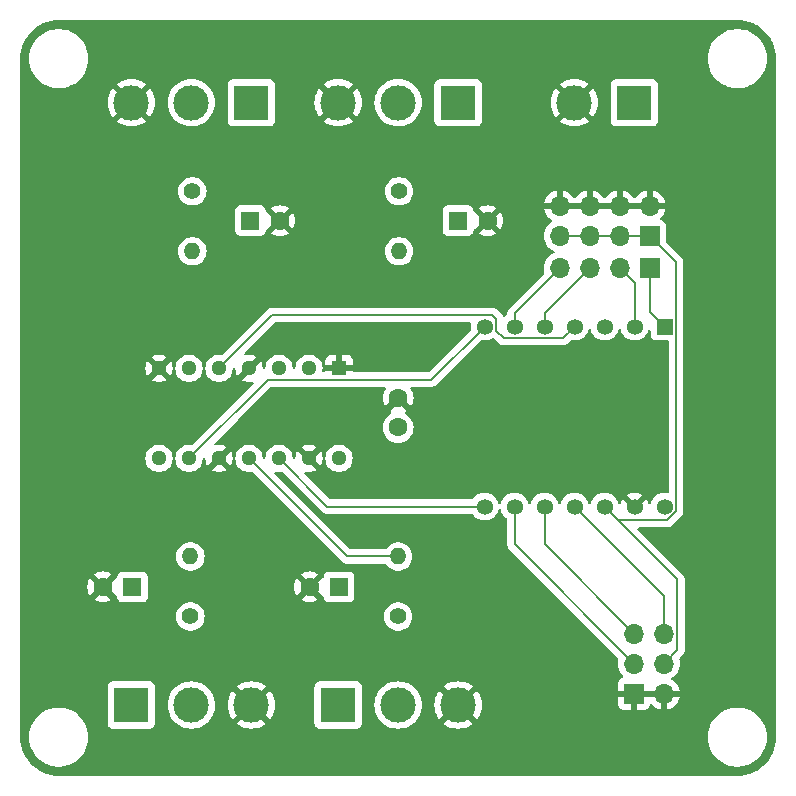
<source format=gbr>
%TF.GenerationSoftware,KiCad,Pcbnew,8.0.2*%
%TF.CreationDate,2024-06-01T13:56:36-03:00*%
%TF.ProjectId,Porthole Controller,506f7274-686f-46c6-9520-436f6e74726f,1*%
%TF.SameCoordinates,Original*%
%TF.FileFunction,Copper,L2,Bot*%
%TF.FilePolarity,Positive*%
%FSLAX46Y46*%
G04 Gerber Fmt 4.6, Leading zero omitted, Abs format (unit mm)*
G04 Created by KiCad (PCBNEW 8.0.2) date 2024-06-01 13:56:36*
%MOMM*%
%LPD*%
G01*
G04 APERTURE LIST*
%TA.AperFunction,ComponentPad*%
%ADD10R,3.000000X3.000000*%
%TD*%
%TA.AperFunction,ComponentPad*%
%ADD11C,3.000000*%
%TD*%
%TA.AperFunction,ComponentPad*%
%ADD12R,1.700000X1.700000*%
%TD*%
%TA.AperFunction,ComponentPad*%
%ADD13O,1.700000X1.700000*%
%TD*%
%TA.AperFunction,ComponentPad*%
%ADD14R,1.600000X1.600000*%
%TD*%
%TA.AperFunction,ComponentPad*%
%ADD15C,1.600000*%
%TD*%
%TA.AperFunction,ComponentPad*%
%ADD16C,1.400000*%
%TD*%
%TA.AperFunction,ComponentPad*%
%ADD17O,1.400000X1.400000*%
%TD*%
%TA.AperFunction,ComponentPad*%
%ADD18R,1.295400X1.295400*%
%TD*%
%TA.AperFunction,ComponentPad*%
%ADD19C,1.295400*%
%TD*%
%TA.AperFunction,ComponentPad*%
%ADD20R,1.358000X1.358000*%
%TD*%
%TA.AperFunction,ComponentPad*%
%ADD21C,1.358000*%
%TD*%
%TA.AperFunction,Conductor*%
%ADD22C,0.200000*%
%TD*%
G04 APERTURE END LIST*
D10*
%TO.P,J4,1,Pin_1*%
%TO.N,5V*%
X164920000Y-133500000D03*
D11*
%TO.P,J4,2,Pin_2*%
%TO.N,STRIP4*%
X170000000Y-133500000D03*
%TO.P,J4,3,Pin_3*%
%TO.N,GND*%
X175080000Y-133500000D03*
%TD*%
D12*
%TO.P,J8,1,Pin_1*%
%TO.N,D0*%
X191300000Y-96525000D03*
D13*
%TO.P,J8,2,Pin_2*%
%TO.N,D1*%
X188760000Y-96525000D03*
%TO.P,J8,3,Pin_3*%
%TO.N,D4*%
X186220000Y-96525000D03*
%TO.P,J8,4,Pin_4*%
%TO.N,D5*%
X183680000Y-96525000D03*
%TD*%
D14*
%TO.P,C2,1*%
%TO.N,5V*%
X175080000Y-92500000D03*
D15*
%TO.P,C2,2*%
%TO.N,GND*%
X177580000Y-92500000D03*
%TD*%
D10*
%TO.P,J1,1,Pin_1*%
%TO.N,5V*%
X175080000Y-82500000D03*
D11*
%TO.P,J1,2,Pin_2*%
%TO.N,STRIP1*%
X170000000Y-82500000D03*
%TO.P,J1,3,Pin_3*%
%TO.N,GND*%
X164920000Y-82500000D03*
%TD*%
D10*
%TO.P,J3,1,Pin_1*%
%TO.N,5V*%
X147420000Y-133500000D03*
D11*
%TO.P,J3,2,Pin_2*%
%TO.N,STRIP3*%
X152500000Y-133500000D03*
%TO.P,J3,3,Pin_3*%
%TO.N,GND*%
X157580000Y-133500000D03*
%TD*%
D14*
%TO.P,C3,1*%
%TO.N,5V*%
X157500000Y-92500000D03*
D15*
%TO.P,C3,2*%
%TO.N,GND*%
X160000000Y-92500000D03*
%TD*%
D12*
%TO.P,J6,1,Pin_1*%
%TO.N,3.3V*%
X191300000Y-93790000D03*
D13*
%TO.P,J6,2,Pin_2*%
%TO.N,GND*%
X191300000Y-91250000D03*
%TO.P,J6,3,Pin_3*%
%TO.N,3.3V*%
X188760000Y-93790000D03*
%TO.P,J6,4,Pin_4*%
%TO.N,GND*%
X188760000Y-91250000D03*
%TO.P,J6,5,Pin_5*%
%TO.N,3.3V*%
X186220000Y-93790000D03*
%TO.P,J6,6,Pin_6*%
%TO.N,GND*%
X186220000Y-91250000D03*
%TO.P,J6,7,Pin_7*%
%TO.N,3.3V*%
X183680000Y-93790000D03*
%TO.P,J6,8,Pin_8*%
%TO.N,GND*%
X183680000Y-91250000D03*
%TD*%
D14*
%TO.P,C5,1*%
%TO.N,5V*%
X165000000Y-123500000D03*
D15*
%TO.P,C5,2*%
%TO.N,GND*%
X162500000Y-123500000D03*
%TD*%
D16*
%TO.P,R1,1*%
%TO.N,STRIP1*%
X170080000Y-90000000D03*
D17*
%TO.P,R1,2*%
%TO.N,Net-(U2-1Y)*%
X170080000Y-95080000D03*
%TD*%
D12*
%TO.P,J5,1,Pin_1*%
%TO.N,GND*%
X189960000Y-132540000D03*
D13*
%TO.P,J5,2,Pin_2*%
X192500000Y-132540000D03*
%TO.P,J5,3,Pin_3*%
%TO.N,WS*%
X189960000Y-130000000D03*
%TO.P,J5,4,Pin_4*%
%TO.N,3.3V*%
X192500000Y-130000000D03*
%TO.P,J5,5,Pin_5*%
%TO.N,SCK*%
X189960000Y-127460000D03*
%TO.P,J5,6,Pin_6*%
%TO.N,SD*%
X192500000Y-127460000D03*
%TD*%
D16*
%TO.P,R3,1*%
%TO.N,STRIP3*%
X152420000Y-126000000D03*
D17*
%TO.P,R3,2*%
%TO.N,Net-(U2-3Y)*%
X152420000Y-120920000D03*
%TD*%
D18*
%TO.P,U2,1,1~{OE}*%
%TO.N,GND*%
X165000000Y-105000000D03*
D19*
%TO.P,U2,2,1A*%
%TO.N,D2*%
X162460000Y-105000000D03*
%TO.P,U2,3,1Y*%
%TO.N,Net-(U2-1Y)*%
X159920000Y-105000000D03*
%TO.P,U2,4,2~{OE}*%
%TO.N,GND*%
X157380000Y-105000000D03*
%TO.P,U2,5,2A*%
%TO.N,D3*%
X154840000Y-105000000D03*
%TO.P,U2,6,2Y*%
%TO.N,Net-(U2-2Y)*%
X152300000Y-105000000D03*
%TO.P,U2,7,GND*%
%TO.N,GND*%
X149760000Y-105000000D03*
%TO.P,U2,8,3Y*%
%TO.N,Net-(U2-3Y)*%
X149760000Y-112620000D03*
%TO.P,U2,9,3A*%
%TO.N,D6*%
X152300000Y-112620000D03*
%TO.P,U2,10,3~{OE}*%
%TO.N,GND*%
X154840000Y-112620000D03*
%TO.P,U2,11,4Y*%
%TO.N,Net-(U2-4Y)*%
X157380000Y-112620000D03*
%TO.P,U2,12,4A*%
%TO.N,D7*%
X159920000Y-112620000D03*
%TO.P,U2,13,4~{OE}*%
%TO.N,GND*%
X162460000Y-112620000D03*
%TO.P,U2,14,VCC*%
%TO.N,5V*%
X165000000Y-112620000D03*
%TD*%
D10*
%TO.P,J7,1,Pin_1*%
%TO.N,5V*%
X190000000Y-82500000D03*
D11*
%TO.P,J7,2,Pin_2*%
%TO.N,GND*%
X184920000Y-82500000D03*
%TD*%
D15*
%TO.P,C1,1*%
%TO.N,5V*%
X170000000Y-110000000D03*
%TO.P,C1,2*%
%TO.N,GND*%
X170000000Y-107500000D03*
%TD*%
D14*
%TO.P,C4,1*%
%TO.N,5V*%
X147500000Y-123500000D03*
D15*
%TO.P,C4,2*%
%TO.N,GND*%
X145000000Y-123500000D03*
%TD*%
D16*
%TO.P,R4,1*%
%TO.N,STRIP4*%
X170000000Y-126000000D03*
D17*
%TO.P,R4,2*%
%TO.N,Net-(U2-4Y)*%
X170000000Y-120920000D03*
%TD*%
D16*
%TO.P,R2,1*%
%TO.N,STRIP2*%
X152580000Y-90000000D03*
D17*
%TO.P,R2,2*%
%TO.N,Net-(U2-2Y)*%
X152580000Y-95080000D03*
%TD*%
D20*
%TO.P,U1,1,D0*%
%TO.N,D0*%
X192556500Y-101457500D03*
D21*
%TO.P,U1,2,D1*%
%TO.N,D1*%
X190016500Y-101457500D03*
%TO.P,U1,3,D2*%
%TO.N,D2*%
X187476500Y-101457500D03*
%TO.P,U1,4,D3*%
%TO.N,D3*%
X184936500Y-101457500D03*
%TO.P,U1,5,D4*%
%TO.N,D4*%
X182396500Y-101457500D03*
%TO.P,U1,6,D5*%
%TO.N,D5*%
X179856500Y-101457500D03*
%TO.P,U1,7,TX_D6*%
%TO.N,D6*%
X177316500Y-101457500D03*
%TO.P,U1,8,RX_D7*%
%TO.N,D7*%
X177316500Y-116697500D03*
%TO.P,U1,9,D8*%
%TO.N,WS*%
X179856500Y-116697500D03*
%TO.P,U1,10,D9*%
%TO.N,SCK*%
X182396500Y-116697500D03*
%TO.P,U1,11,D10*%
%TO.N,SD*%
X184936500Y-116697500D03*
%TO.P,U1,12,VCC_3V3*%
%TO.N,3.3V*%
X187476500Y-116697500D03*
%TO.P,U1,13,GND*%
%TO.N,GND*%
X190016500Y-116697500D03*
%TO.P,U1,14,VUSB*%
%TO.N,5V*%
X192556500Y-116697500D03*
%TD*%
D10*
%TO.P,J2,1,Pin_1*%
%TO.N,5V*%
X157580000Y-82500000D03*
D11*
%TO.P,J2,2,Pin_2*%
%TO.N,STRIP2*%
X152500000Y-82500000D03*
%TO.P,J2,3,Pin_3*%
%TO.N,GND*%
X147420000Y-82500000D03*
%TD*%
D22*
%TO.N,SD*%
X192500000Y-127460000D02*
X192500000Y-124261000D01*
X192500000Y-124261000D02*
X184936500Y-116697500D01*
%TO.N,SCK*%
X189960000Y-127460000D02*
X182396500Y-119896500D01*
X182396500Y-119896500D02*
X182396500Y-116697500D01*
%TO.N,WS*%
X179856500Y-119896500D02*
X179856500Y-116697500D01*
X189960000Y-130000000D02*
X179856500Y-119896500D01*
%TO.N,3.3V*%
X193535500Y-117103016D02*
X192778016Y-117860500D01*
X193535500Y-96025500D02*
X193535500Y-117103016D01*
X183680000Y-93790000D02*
X186220000Y-93790000D01*
X186220000Y-93790000D02*
X188760000Y-93790000D01*
X188760000Y-93790000D02*
X191300000Y-93790000D01*
X193650000Y-128850000D02*
X193650000Y-122871000D01*
X192500000Y-130000000D02*
X193650000Y-128850000D01*
X193650000Y-122871000D02*
X187476500Y-116697500D01*
X192778016Y-117860500D02*
X188639500Y-117860500D01*
X191300000Y-93790000D02*
X193535500Y-96025500D01*
%TO.N,D0*%
X191300000Y-96525000D02*
X191300000Y-100201000D01*
X191300000Y-100201000D02*
X192556500Y-101457500D01*
%TO.N,D4*%
X182396500Y-100348500D02*
X182396500Y-101457500D01*
X186220000Y-96525000D02*
X182396500Y-100348500D01*
%TO.N,D1*%
X188760000Y-96525000D02*
X190016500Y-97781500D01*
X190016500Y-97781500D02*
X190016500Y-101457500D01*
%TO.N,D5*%
X179856500Y-100348500D02*
X179856500Y-101457500D01*
X183680000Y-96525000D02*
X179856500Y-100348500D01*
%TO.N,Net-(U2-4Y)*%
X170000000Y-120920000D02*
X165680000Y-120920000D01*
X165680000Y-120920000D02*
X157380000Y-112620000D01*
%TO.N,D3*%
X178295500Y-101795500D02*
X178295500Y-100795500D01*
X178295500Y-100795500D02*
X177978500Y-100478500D01*
X159361500Y-100478500D02*
X154840000Y-105000000D01*
X184936500Y-101457500D02*
X183957500Y-102436500D01*
X177978500Y-100478500D02*
X159361500Y-100478500D01*
X178936500Y-102436500D02*
X178295500Y-101795500D01*
X183957500Y-102436500D02*
X178936500Y-102436500D01*
%TO.N,D7*%
X177316500Y-116697500D02*
X163997500Y-116697500D01*
X163997500Y-116697500D02*
X159920000Y-112620000D01*
%TO.N,D6*%
X172826300Y-105947700D02*
X158972300Y-105947700D01*
X158972300Y-105947700D02*
X152300000Y-112620000D01*
X177316500Y-101457500D02*
X172826300Y-105947700D01*
%TD*%
%TA.AperFunction,Conductor*%
%TO.N,GND*%
G36*
X192034075Y-132347007D02*
G01*
X192000000Y-132474174D01*
X192000000Y-132605826D01*
X192034075Y-132732993D01*
X192066988Y-132790000D01*
X190393012Y-132790000D01*
X190425925Y-132732993D01*
X190460000Y-132605826D01*
X190460000Y-132474174D01*
X190425925Y-132347007D01*
X190393012Y-132290000D01*
X192066988Y-132290000D01*
X192034075Y-132347007D01*
G37*
%TD.AperFunction*%
%TA.AperFunction,Conductor*%
G36*
X176100715Y-101098685D02*
G01*
X176146470Y-101151489D01*
X176156414Y-101220647D01*
X176152944Y-101236929D01*
X176152115Y-101239839D01*
X176131947Y-101457499D01*
X176131947Y-101457500D01*
X176152116Y-101675160D01*
X176153768Y-101680967D01*
X176153180Y-101750834D01*
X176122182Y-101802580D01*
X172613884Y-105310881D01*
X172552561Y-105344366D01*
X172526203Y-105347200D01*
X166271700Y-105347200D01*
X166204661Y-105327515D01*
X166158906Y-105274711D01*
X166155151Y-105257451D01*
X166147700Y-105250000D01*
X165306775Y-105250000D01*
X165315038Y-105241737D01*
X165366870Y-105151962D01*
X165393700Y-105051832D01*
X165393700Y-104948168D01*
X165366870Y-104848038D01*
X165315038Y-104758263D01*
X165306775Y-104750000D01*
X166147700Y-104750000D01*
X166147700Y-104304472D01*
X166147699Y-104304455D01*
X166141298Y-104244927D01*
X166141296Y-104244920D01*
X166091054Y-104110213D01*
X166091050Y-104110206D01*
X166004890Y-103995112D01*
X166004887Y-103995109D01*
X165889793Y-103908949D01*
X165889786Y-103908945D01*
X165755079Y-103858703D01*
X165755072Y-103858701D01*
X165695544Y-103852300D01*
X165250000Y-103852300D01*
X165250000Y-104693225D01*
X165241737Y-104684962D01*
X165151962Y-104633130D01*
X165051832Y-104606300D01*
X164948168Y-104606300D01*
X164848038Y-104633130D01*
X164758263Y-104684962D01*
X164750000Y-104693225D01*
X164750000Y-103852300D01*
X164304455Y-103852300D01*
X164244927Y-103858701D01*
X164244920Y-103858703D01*
X164110213Y-103908945D01*
X164110206Y-103908949D01*
X163995112Y-103995109D01*
X163995109Y-103995112D01*
X163908949Y-104110206D01*
X163908945Y-104110213D01*
X163858703Y-104244920D01*
X163858701Y-104244927D01*
X163852300Y-104304455D01*
X163852300Y-104750000D01*
X164693225Y-104750000D01*
X164684962Y-104758263D01*
X164633130Y-104848038D01*
X164606300Y-104948168D01*
X164606300Y-105051832D01*
X164633130Y-105151962D01*
X164684962Y-105241737D01*
X164693225Y-105250000D01*
X163852300Y-105250000D01*
X163841159Y-105261140D01*
X163832615Y-105290239D01*
X163779811Y-105335994D01*
X163728300Y-105347200D01*
X163716968Y-105347200D01*
X163649929Y-105327515D01*
X163604174Y-105274711D01*
X163593497Y-105211759D01*
X163613119Y-105000000D01*
X163613119Y-104999999D01*
X163593485Y-104788115D01*
X163564135Y-104684962D01*
X163535251Y-104583445D01*
X163535249Y-104583440D01*
X163535249Y-104583439D01*
X163440403Y-104392962D01*
X163328611Y-104244927D01*
X163312165Y-104223149D01*
X163154909Y-104079791D01*
X163154907Y-104079789D01*
X162973992Y-103967771D01*
X162973986Y-103967768D01*
X162776810Y-103891383D01*
X162775566Y-103890901D01*
X162566396Y-103851800D01*
X162353604Y-103851800D01*
X162144434Y-103890901D01*
X162144431Y-103890901D01*
X162144431Y-103890902D01*
X161946013Y-103967768D01*
X161946007Y-103967771D01*
X161765092Y-104079789D01*
X161765090Y-104079791D01*
X161607836Y-104223147D01*
X161479596Y-104392962D01*
X161384750Y-104583439D01*
X161384750Y-104583440D01*
X161326514Y-104788115D01*
X161313471Y-104928881D01*
X161287685Y-104993819D01*
X161230884Y-105034506D01*
X161161103Y-105038026D01*
X161100497Y-105003261D01*
X161068307Y-104941248D01*
X161066529Y-104928881D01*
X161053485Y-104788115D01*
X161024135Y-104684962D01*
X160995251Y-104583445D01*
X160995249Y-104583440D01*
X160995249Y-104583439D01*
X160900403Y-104392962D01*
X160788611Y-104244927D01*
X160772165Y-104223149D01*
X160614909Y-104079791D01*
X160614907Y-104079789D01*
X160433992Y-103967771D01*
X160433986Y-103967768D01*
X160236810Y-103891383D01*
X160235566Y-103890901D01*
X160026396Y-103851800D01*
X159813604Y-103851800D01*
X159604434Y-103890901D01*
X159604431Y-103890901D01*
X159604431Y-103890902D01*
X159406013Y-103967768D01*
X159406007Y-103967771D01*
X159225092Y-104079789D01*
X159225090Y-104079791D01*
X159067836Y-104223147D01*
X158939596Y-104392962D01*
X158844750Y-104583439D01*
X158844750Y-104583440D01*
X158786514Y-104788115D01*
X158773220Y-104931589D01*
X158747434Y-104996527D01*
X158690633Y-105037214D01*
X158620852Y-105040734D01*
X158560246Y-105005969D01*
X158528056Y-104943956D01*
X158526278Y-104931589D01*
X158512991Y-104788206D01*
X158454781Y-104583623D01*
X158454781Y-104583621D01*
X158359976Y-104393226D01*
X158359975Y-104393224D01*
X158351522Y-104382031D01*
X158351521Y-104382031D01*
X157773700Y-104959852D01*
X157773700Y-104948168D01*
X157746870Y-104848038D01*
X157695038Y-104758263D01*
X157621737Y-104684962D01*
X157531962Y-104633130D01*
X157431832Y-104606300D01*
X157420147Y-104606300D01*
X157995336Y-104031109D01*
X157995335Y-104031108D01*
X157893769Y-103968221D01*
X157893763Y-103968218D01*
X157695427Y-103891383D01*
X157486347Y-103852300D01*
X157273652Y-103852300D01*
X157130143Y-103879125D01*
X157060628Y-103872093D01*
X157005950Y-103828595D01*
X156983468Y-103762441D01*
X157000321Y-103694635D01*
X157019672Y-103669561D01*
X159573917Y-101115319D01*
X159635240Y-101081834D01*
X159661598Y-101079000D01*
X176033676Y-101079000D01*
X176100715Y-101098685D01*
G37*
%TD.AperFunction*%
%TA.AperFunction,Conductor*%
G36*
X185754075Y-91057007D02*
G01*
X185720000Y-91184174D01*
X185720000Y-91315826D01*
X185754075Y-91442993D01*
X185786988Y-91500000D01*
X184113012Y-91500000D01*
X184145925Y-91442993D01*
X184180000Y-91315826D01*
X184180000Y-91184174D01*
X184145925Y-91057007D01*
X184113012Y-91000000D01*
X185786988Y-91000000D01*
X185754075Y-91057007D01*
G37*
%TD.AperFunction*%
%TA.AperFunction,Conductor*%
G36*
X188294075Y-91057007D02*
G01*
X188260000Y-91184174D01*
X188260000Y-91315826D01*
X188294075Y-91442993D01*
X188326988Y-91500000D01*
X186653012Y-91500000D01*
X186685925Y-91442993D01*
X186720000Y-91315826D01*
X186720000Y-91184174D01*
X186685925Y-91057007D01*
X186653012Y-91000000D01*
X188326988Y-91000000D01*
X188294075Y-91057007D01*
G37*
%TD.AperFunction*%
%TA.AperFunction,Conductor*%
G36*
X190834075Y-91057007D02*
G01*
X190800000Y-91184174D01*
X190800000Y-91315826D01*
X190834075Y-91442993D01*
X190866988Y-91500000D01*
X189193012Y-91500000D01*
X189225925Y-91442993D01*
X189260000Y-91315826D01*
X189260000Y-91184174D01*
X189225925Y-91057007D01*
X189193012Y-91000000D01*
X190866988Y-91000000D01*
X190834075Y-91057007D01*
G37*
%TD.AperFunction*%
%TA.AperFunction,Conductor*%
G36*
X198693243Y-75500669D02*
G01*
X199029450Y-75518290D01*
X199042358Y-75519647D01*
X199371677Y-75571806D01*
X199384342Y-75574497D01*
X199706422Y-75660798D01*
X199718749Y-75664803D01*
X200030038Y-75784296D01*
X200041873Y-75789565D01*
X200338976Y-75940947D01*
X200350191Y-75947423D01*
X200629832Y-76129023D01*
X200640313Y-76136638D01*
X200810559Y-76274500D01*
X200899441Y-76346475D01*
X200909086Y-76355160D01*
X201144839Y-76590913D01*
X201153524Y-76600558D01*
X201363359Y-76859683D01*
X201370978Y-76870171D01*
X201552573Y-77149802D01*
X201559055Y-77161029D01*
X201640761Y-77321384D01*
X201710429Y-77458115D01*
X201715708Y-77469972D01*
X201835193Y-77781241D01*
X201839204Y-77793586D01*
X201925498Y-78115642D01*
X201928196Y-78128337D01*
X201980352Y-78457641D01*
X201981709Y-78470549D01*
X201999330Y-78806756D01*
X201999500Y-78813246D01*
X201999500Y-136186753D01*
X201999330Y-136193243D01*
X201981709Y-136529450D01*
X201980352Y-136542358D01*
X201928196Y-136871662D01*
X201925498Y-136884357D01*
X201839204Y-137206413D01*
X201835193Y-137218758D01*
X201715708Y-137530027D01*
X201710429Y-137541884D01*
X201559059Y-137838964D01*
X201552569Y-137850204D01*
X201370983Y-138129822D01*
X201363354Y-138140323D01*
X201153524Y-138399441D01*
X201144839Y-138409086D01*
X200909086Y-138644839D01*
X200899441Y-138653524D01*
X200640323Y-138863354D01*
X200629822Y-138870983D01*
X200350204Y-139052569D01*
X200338964Y-139059059D01*
X200041884Y-139210429D01*
X200030027Y-139215708D01*
X199718758Y-139335193D01*
X199706413Y-139339204D01*
X199384357Y-139425498D01*
X199371662Y-139428196D01*
X199042358Y-139480352D01*
X199029450Y-139481709D01*
X198693244Y-139499330D01*
X198686754Y-139499500D01*
X141313246Y-139499500D01*
X141306756Y-139499330D01*
X140970549Y-139481709D01*
X140957641Y-139480352D01*
X140628337Y-139428196D01*
X140615642Y-139425498D01*
X140293586Y-139339204D01*
X140281241Y-139335193D01*
X139969972Y-139215708D01*
X139958115Y-139210429D01*
X139661029Y-139059055D01*
X139649802Y-139052573D01*
X139370171Y-138870978D01*
X139359683Y-138863359D01*
X139100558Y-138653524D01*
X139090913Y-138644839D01*
X138855160Y-138409086D01*
X138846475Y-138399441D01*
X138636638Y-138140313D01*
X138629023Y-138129832D01*
X138447423Y-137850191D01*
X138440947Y-137838976D01*
X138289565Y-137541873D01*
X138284296Y-137530038D01*
X138164803Y-137218749D01*
X138160798Y-137206422D01*
X138074497Y-136884342D01*
X138071806Y-136871677D01*
X138019647Y-136542358D01*
X138018290Y-136529450D01*
X138002334Y-136224994D01*
X138769556Y-136224994D01*
X138769556Y-136225005D01*
X138789310Y-136539004D01*
X138789311Y-136539011D01*
X138848270Y-136848083D01*
X138945497Y-137147316D01*
X138945499Y-137147321D01*
X139079461Y-137432003D01*
X139079464Y-137432009D01*
X139248051Y-137697661D01*
X139248054Y-137697665D01*
X139448606Y-137940090D01*
X139448608Y-137940092D01*
X139677968Y-138155476D01*
X139677978Y-138155484D01*
X139932504Y-138340408D01*
X139932509Y-138340410D01*
X139932516Y-138340416D01*
X140208234Y-138491994D01*
X140208239Y-138491996D01*
X140208241Y-138491997D01*
X140208242Y-138491998D01*
X140500771Y-138607818D01*
X140500774Y-138607819D01*
X140581797Y-138628622D01*
X140805527Y-138686066D01*
X140871010Y-138694338D01*
X141117670Y-138725499D01*
X141117679Y-138725499D01*
X141117682Y-138725500D01*
X141117684Y-138725500D01*
X141432316Y-138725500D01*
X141432318Y-138725500D01*
X141432321Y-138725499D01*
X141432329Y-138725499D01*
X141618593Y-138701968D01*
X141744473Y-138686066D01*
X142049225Y-138607819D01*
X142049228Y-138607818D01*
X142341757Y-138491998D01*
X142341758Y-138491997D01*
X142341756Y-138491997D01*
X142341766Y-138491994D01*
X142617484Y-138340416D01*
X142872030Y-138155478D01*
X143101390Y-137940094D01*
X143301947Y-137697663D01*
X143470537Y-137432007D01*
X143604503Y-137147315D01*
X143701731Y-136848079D01*
X143760688Y-136539015D01*
X143780444Y-136225000D01*
X143780444Y-136224994D01*
X196219556Y-136224994D01*
X196219556Y-136225005D01*
X196239310Y-136539004D01*
X196239311Y-136539011D01*
X196298270Y-136848083D01*
X196395497Y-137147316D01*
X196395499Y-137147321D01*
X196529461Y-137432003D01*
X196529464Y-137432009D01*
X196698051Y-137697661D01*
X196698054Y-137697665D01*
X196898606Y-137940090D01*
X196898608Y-137940092D01*
X197127968Y-138155476D01*
X197127978Y-138155484D01*
X197382504Y-138340408D01*
X197382509Y-138340410D01*
X197382516Y-138340416D01*
X197658234Y-138491994D01*
X197658239Y-138491996D01*
X197658241Y-138491997D01*
X197658242Y-138491998D01*
X197950771Y-138607818D01*
X197950774Y-138607819D01*
X198031797Y-138628622D01*
X198255527Y-138686066D01*
X198321010Y-138694338D01*
X198567670Y-138725499D01*
X198567679Y-138725499D01*
X198567682Y-138725500D01*
X198567684Y-138725500D01*
X198882316Y-138725500D01*
X198882318Y-138725500D01*
X198882321Y-138725499D01*
X198882329Y-138725499D01*
X199068593Y-138701968D01*
X199194473Y-138686066D01*
X199499225Y-138607819D01*
X199499228Y-138607818D01*
X199791757Y-138491998D01*
X199791758Y-138491997D01*
X199791756Y-138491997D01*
X199791766Y-138491994D01*
X200067484Y-138340416D01*
X200322030Y-138155478D01*
X200551390Y-137940094D01*
X200751947Y-137697663D01*
X200920537Y-137432007D01*
X201054503Y-137147315D01*
X201151731Y-136848079D01*
X201210688Y-136539015D01*
X201230444Y-136225000D01*
X201224096Y-136124108D01*
X201210689Y-135910995D01*
X201210688Y-135910988D01*
X201210688Y-135910985D01*
X201151731Y-135601921D01*
X201054503Y-135302685D01*
X201026104Y-135242335D01*
X200920538Y-135017996D01*
X200920537Y-135017993D01*
X200790702Y-134813405D01*
X200751948Y-134752338D01*
X200751945Y-134752334D01*
X200551393Y-134509909D01*
X200551391Y-134509907D01*
X200363182Y-134333166D01*
X200322030Y-134294522D01*
X200322027Y-134294520D01*
X200322021Y-134294515D01*
X200067495Y-134109591D01*
X200067488Y-134109586D01*
X200067484Y-134109584D01*
X199791766Y-133958006D01*
X199791763Y-133958004D01*
X199791758Y-133958002D01*
X199791757Y-133958001D01*
X199499228Y-133842181D01*
X199499225Y-133842180D01*
X199194476Y-133763934D01*
X199194463Y-133763932D01*
X198882329Y-133724500D01*
X198882318Y-133724500D01*
X198567682Y-133724500D01*
X198567670Y-133724500D01*
X198255536Y-133763932D01*
X198255523Y-133763934D01*
X197950774Y-133842180D01*
X197950771Y-133842181D01*
X197658242Y-133958001D01*
X197658241Y-133958002D01*
X197382516Y-134109584D01*
X197382504Y-134109591D01*
X197127978Y-134294515D01*
X197127968Y-134294523D01*
X196898608Y-134509907D01*
X196898606Y-134509909D01*
X196698054Y-134752334D01*
X196698051Y-134752338D01*
X196529464Y-135017990D01*
X196529461Y-135017996D01*
X196395499Y-135302678D01*
X196395497Y-135302683D01*
X196298270Y-135601916D01*
X196239311Y-135910988D01*
X196239310Y-135910995D01*
X196219556Y-136224994D01*
X143780444Y-136224994D01*
X143774096Y-136124108D01*
X143760689Y-135910995D01*
X143760688Y-135910988D01*
X143760688Y-135910985D01*
X143701731Y-135601921D01*
X143604503Y-135302685D01*
X143576104Y-135242335D01*
X143470538Y-135017996D01*
X143470537Y-135017993D01*
X143340702Y-134813405D01*
X143301948Y-134752338D01*
X143301945Y-134752334D01*
X143101393Y-134509909D01*
X143101391Y-134509907D01*
X142913182Y-134333166D01*
X142872030Y-134294522D01*
X142872027Y-134294520D01*
X142872021Y-134294515D01*
X142617495Y-134109591D01*
X142617488Y-134109586D01*
X142617484Y-134109584D01*
X142341766Y-133958006D01*
X142341763Y-133958004D01*
X142341758Y-133958002D01*
X142341757Y-133958001D01*
X142049228Y-133842181D01*
X142049225Y-133842180D01*
X141744476Y-133763934D01*
X141744463Y-133763932D01*
X141432329Y-133724500D01*
X141432318Y-133724500D01*
X141117682Y-133724500D01*
X141117670Y-133724500D01*
X140805536Y-133763932D01*
X140805523Y-133763934D01*
X140500774Y-133842180D01*
X140500771Y-133842181D01*
X140208242Y-133958001D01*
X140208241Y-133958002D01*
X139932516Y-134109584D01*
X139932504Y-134109591D01*
X139677978Y-134294515D01*
X139677968Y-134294523D01*
X139448608Y-134509907D01*
X139448606Y-134509909D01*
X139248054Y-134752334D01*
X139248051Y-134752338D01*
X139079464Y-135017990D01*
X139079461Y-135017996D01*
X138945499Y-135302678D01*
X138945497Y-135302683D01*
X138848270Y-135601916D01*
X138789311Y-135910988D01*
X138789310Y-135910995D01*
X138769556Y-136224994D01*
X138002334Y-136224994D01*
X138000670Y-136193243D01*
X138000500Y-136186753D01*
X138000500Y-131952135D01*
X145419500Y-131952135D01*
X145419500Y-135047870D01*
X145419501Y-135047876D01*
X145425908Y-135107483D01*
X145476202Y-135242328D01*
X145476206Y-135242335D01*
X145562452Y-135357544D01*
X145562455Y-135357547D01*
X145677664Y-135443793D01*
X145677671Y-135443797D01*
X145812517Y-135494091D01*
X145812516Y-135494091D01*
X145819444Y-135494835D01*
X145872127Y-135500500D01*
X148967872Y-135500499D01*
X149027483Y-135494091D01*
X149162331Y-135443796D01*
X149277546Y-135357546D01*
X149363796Y-135242331D01*
X149414091Y-135107483D01*
X149420500Y-135047873D01*
X149420499Y-133499998D01*
X150494390Y-133499998D01*
X150494390Y-133500001D01*
X150514804Y-133785433D01*
X150575628Y-134065037D01*
X150575630Y-134065043D01*
X150575631Y-134065046D01*
X150661222Y-134294523D01*
X150675635Y-134333166D01*
X150812770Y-134584309D01*
X150812775Y-134584317D01*
X150984254Y-134813387D01*
X150984270Y-134813405D01*
X151186594Y-135015729D01*
X151186612Y-135015745D01*
X151415682Y-135187224D01*
X151415690Y-135187229D01*
X151666833Y-135324364D01*
X151666832Y-135324364D01*
X151666836Y-135324365D01*
X151666839Y-135324367D01*
X151934954Y-135424369D01*
X151934960Y-135424370D01*
X151934962Y-135424371D01*
X152214566Y-135485195D01*
X152214568Y-135485195D01*
X152214572Y-135485196D01*
X152468220Y-135503337D01*
X152499999Y-135505610D01*
X152500000Y-135505610D01*
X152500001Y-135505610D01*
X152528595Y-135503564D01*
X152785428Y-135485196D01*
X152975742Y-135443796D01*
X153065037Y-135424371D01*
X153065037Y-135424370D01*
X153065046Y-135424369D01*
X153333161Y-135324367D01*
X153584315Y-135187226D01*
X153813395Y-135015739D01*
X154015739Y-134813395D01*
X154187226Y-134584315D01*
X154324367Y-134333161D01*
X154424369Y-134065046D01*
X154462448Y-133889999D01*
X154485195Y-133785433D01*
X154485195Y-133785432D01*
X154485196Y-133785428D01*
X154505610Y-133500000D01*
X154505610Y-133499998D01*
X155574891Y-133499998D01*
X155574891Y-133500001D01*
X155595300Y-133785362D01*
X155656109Y-134064895D01*
X155756091Y-134332958D01*
X155893191Y-134584038D01*
X155893196Y-134584046D01*
X155999882Y-134726561D01*
X155999883Y-134726562D01*
X156894767Y-133831677D01*
X156906497Y-133859995D01*
X156989670Y-133984472D01*
X157095528Y-134090330D01*
X157220005Y-134173503D01*
X157248320Y-134185231D01*
X156353436Y-135080115D01*
X156495960Y-135186807D01*
X156495961Y-135186808D01*
X156747042Y-135323908D01*
X156747041Y-135323908D01*
X157015104Y-135423890D01*
X157294637Y-135484699D01*
X157579999Y-135505109D01*
X157580001Y-135505109D01*
X157865362Y-135484699D01*
X158144895Y-135423890D01*
X158412958Y-135323908D01*
X158664047Y-135186803D01*
X158806561Y-135080116D01*
X158806562Y-135080115D01*
X157911679Y-134185231D01*
X157939995Y-134173503D01*
X158064472Y-134090330D01*
X158170330Y-133984472D01*
X158253503Y-133859995D01*
X158265231Y-133831678D01*
X159160115Y-134726562D01*
X159160116Y-134726561D01*
X159266803Y-134584047D01*
X159403908Y-134332958D01*
X159503890Y-134064895D01*
X159564699Y-133785362D01*
X159585109Y-133500001D01*
X159585109Y-133499998D01*
X159564699Y-133214637D01*
X159503890Y-132935104D01*
X159403908Y-132667041D01*
X159266808Y-132415961D01*
X159266807Y-132415960D01*
X159160115Y-132273436D01*
X158265231Y-133168320D01*
X158253503Y-133140005D01*
X158170330Y-133015528D01*
X158064472Y-132909670D01*
X157939995Y-132826497D01*
X157911678Y-132814767D01*
X158774310Y-131952135D01*
X162919500Y-131952135D01*
X162919500Y-135047870D01*
X162919501Y-135047876D01*
X162925908Y-135107483D01*
X162976202Y-135242328D01*
X162976206Y-135242335D01*
X163062452Y-135357544D01*
X163062455Y-135357547D01*
X163177664Y-135443793D01*
X163177671Y-135443797D01*
X163312517Y-135494091D01*
X163312516Y-135494091D01*
X163319444Y-135494835D01*
X163372127Y-135500500D01*
X166467872Y-135500499D01*
X166527483Y-135494091D01*
X166662331Y-135443796D01*
X166777546Y-135357546D01*
X166863796Y-135242331D01*
X166914091Y-135107483D01*
X166920500Y-135047873D01*
X166920499Y-133499998D01*
X167994390Y-133499998D01*
X167994390Y-133500001D01*
X168014804Y-133785433D01*
X168075628Y-134065037D01*
X168075630Y-134065043D01*
X168075631Y-134065046D01*
X168161222Y-134294523D01*
X168175635Y-134333166D01*
X168312770Y-134584309D01*
X168312775Y-134584317D01*
X168484254Y-134813387D01*
X168484270Y-134813405D01*
X168686594Y-135015729D01*
X168686612Y-135015745D01*
X168915682Y-135187224D01*
X168915690Y-135187229D01*
X169166833Y-135324364D01*
X169166832Y-135324364D01*
X169166836Y-135324365D01*
X169166839Y-135324367D01*
X169434954Y-135424369D01*
X169434960Y-135424370D01*
X169434962Y-135424371D01*
X169714566Y-135485195D01*
X169714568Y-135485195D01*
X169714572Y-135485196D01*
X169968220Y-135503337D01*
X169999999Y-135505610D01*
X170000000Y-135505610D01*
X170000001Y-135505610D01*
X170028595Y-135503564D01*
X170285428Y-135485196D01*
X170475742Y-135443796D01*
X170565037Y-135424371D01*
X170565037Y-135424370D01*
X170565046Y-135424369D01*
X170833161Y-135324367D01*
X171084315Y-135187226D01*
X171313395Y-135015739D01*
X171515739Y-134813395D01*
X171687226Y-134584315D01*
X171824367Y-134333161D01*
X171924369Y-134065046D01*
X171962448Y-133889999D01*
X171985195Y-133785433D01*
X171985195Y-133785432D01*
X171985196Y-133785428D01*
X172005610Y-133500000D01*
X172005610Y-133499998D01*
X173074891Y-133499998D01*
X173074891Y-133500001D01*
X173095300Y-133785362D01*
X173156109Y-134064895D01*
X173256091Y-134332958D01*
X173393191Y-134584038D01*
X173393196Y-134584046D01*
X173499882Y-134726561D01*
X173499883Y-134726562D01*
X174394767Y-133831677D01*
X174406497Y-133859995D01*
X174489670Y-133984472D01*
X174595528Y-134090330D01*
X174720005Y-134173503D01*
X174748320Y-134185231D01*
X173853436Y-135080115D01*
X173995960Y-135186807D01*
X173995961Y-135186808D01*
X174247042Y-135323908D01*
X174247041Y-135323908D01*
X174515104Y-135423890D01*
X174794637Y-135484699D01*
X175079999Y-135505109D01*
X175080001Y-135505109D01*
X175365362Y-135484699D01*
X175644895Y-135423890D01*
X175912958Y-135323908D01*
X176164047Y-135186803D01*
X176306561Y-135080116D01*
X176306562Y-135080115D01*
X175411679Y-134185231D01*
X175439995Y-134173503D01*
X175564472Y-134090330D01*
X175670330Y-133984472D01*
X175753503Y-133859995D01*
X175765231Y-133831678D01*
X176660115Y-134726562D01*
X176660116Y-134726561D01*
X176766803Y-134584047D01*
X176903908Y-134332958D01*
X177003890Y-134064895D01*
X177064699Y-133785362D01*
X177085109Y-133500001D01*
X177085109Y-133499998D01*
X177064699Y-133214637D01*
X177003890Y-132935104D01*
X176903908Y-132667041D01*
X176766808Y-132415961D01*
X176766807Y-132415960D01*
X176660115Y-132273436D01*
X175765231Y-133168320D01*
X175753503Y-133140005D01*
X175670330Y-133015528D01*
X175564472Y-132909670D01*
X175439995Y-132826497D01*
X175411678Y-132814767D01*
X176306562Y-131919883D01*
X176306561Y-131919882D01*
X176164046Y-131813196D01*
X176164038Y-131813191D01*
X175912957Y-131676091D01*
X175912958Y-131676091D01*
X175644895Y-131576109D01*
X175365362Y-131515300D01*
X175080001Y-131494891D01*
X175079999Y-131494891D01*
X174794637Y-131515300D01*
X174515104Y-131576109D01*
X174247041Y-131676091D01*
X173995961Y-131813191D01*
X173995953Y-131813196D01*
X173853437Y-131919882D01*
X173853436Y-131919883D01*
X174748321Y-132814767D01*
X174720005Y-132826497D01*
X174595528Y-132909670D01*
X174489670Y-133015528D01*
X174406497Y-133140005D01*
X174394768Y-133168321D01*
X173499883Y-132273436D01*
X173499882Y-132273437D01*
X173393196Y-132415953D01*
X173393191Y-132415961D01*
X173256091Y-132667041D01*
X173156109Y-132935104D01*
X173095300Y-133214637D01*
X173074891Y-133499998D01*
X172005610Y-133499998D01*
X171985196Y-133214572D01*
X171947220Y-133040000D01*
X171924371Y-132934962D01*
X171924370Y-132934960D01*
X171924369Y-132934954D01*
X171824367Y-132666839D01*
X171791051Y-132605826D01*
X171687229Y-132415690D01*
X171687224Y-132415682D01*
X171515745Y-132186612D01*
X171515729Y-132186594D01*
X171313405Y-131984270D01*
X171313387Y-131984254D01*
X171084317Y-131812775D01*
X171084309Y-131812770D01*
X170833166Y-131675635D01*
X170833167Y-131675635D01*
X170659774Y-131610963D01*
X170565046Y-131575631D01*
X170565043Y-131575630D01*
X170565037Y-131575628D01*
X170285433Y-131514804D01*
X170000001Y-131494390D01*
X169999999Y-131494390D01*
X169714566Y-131514804D01*
X169434962Y-131575628D01*
X169166833Y-131675635D01*
X168915690Y-131812770D01*
X168915682Y-131812775D01*
X168686612Y-131984254D01*
X168686594Y-131984270D01*
X168484270Y-132186594D01*
X168484254Y-132186612D01*
X168312775Y-132415682D01*
X168312770Y-132415690D01*
X168175635Y-132666833D01*
X168075628Y-132934962D01*
X168014804Y-133214566D01*
X167994390Y-133499998D01*
X166920499Y-133499998D01*
X166920499Y-131952128D01*
X166914091Y-131892517D01*
X166902866Y-131862422D01*
X166863797Y-131757671D01*
X166863793Y-131757664D01*
X166777547Y-131642455D01*
X166777544Y-131642452D01*
X166662335Y-131556206D01*
X166662328Y-131556202D01*
X166527482Y-131505908D01*
X166527483Y-131505908D01*
X166467883Y-131499501D01*
X166467881Y-131499500D01*
X166467873Y-131499500D01*
X166467864Y-131499500D01*
X163372129Y-131499500D01*
X163372123Y-131499501D01*
X163312516Y-131505908D01*
X163177671Y-131556202D01*
X163177664Y-131556206D01*
X163062455Y-131642452D01*
X163062452Y-131642455D01*
X162976206Y-131757664D01*
X162976202Y-131757671D01*
X162925908Y-131892517D01*
X162919501Y-131952116D01*
X162919501Y-131952123D01*
X162919500Y-131952135D01*
X158774310Y-131952135D01*
X158806562Y-131919883D01*
X158806561Y-131919882D01*
X158664046Y-131813196D01*
X158664038Y-131813191D01*
X158412957Y-131676091D01*
X158412958Y-131676091D01*
X158144895Y-131576109D01*
X157865362Y-131515300D01*
X157580001Y-131494891D01*
X157579999Y-131494891D01*
X157294637Y-131515300D01*
X157015104Y-131576109D01*
X156747041Y-131676091D01*
X156495961Y-131813191D01*
X156495953Y-131813196D01*
X156353437Y-131919882D01*
X156353436Y-131919883D01*
X157248321Y-132814767D01*
X157220005Y-132826497D01*
X157095528Y-132909670D01*
X156989670Y-133015528D01*
X156906497Y-133140005D01*
X156894768Y-133168321D01*
X155999883Y-132273436D01*
X155999882Y-132273437D01*
X155893196Y-132415953D01*
X155893191Y-132415961D01*
X155756091Y-132667041D01*
X155656109Y-132935104D01*
X155595300Y-133214637D01*
X155574891Y-133499998D01*
X154505610Y-133499998D01*
X154485196Y-133214572D01*
X154447220Y-133040000D01*
X154424371Y-132934962D01*
X154424370Y-132934960D01*
X154424369Y-132934954D01*
X154324367Y-132666839D01*
X154291051Y-132605826D01*
X154187229Y-132415690D01*
X154187224Y-132415682D01*
X154015745Y-132186612D01*
X154015729Y-132186594D01*
X153813405Y-131984270D01*
X153813387Y-131984254D01*
X153584317Y-131812775D01*
X153584309Y-131812770D01*
X153333166Y-131675635D01*
X153333167Y-131675635D01*
X153159774Y-131610963D01*
X153065046Y-131575631D01*
X153065043Y-131575630D01*
X153065037Y-131575628D01*
X152785433Y-131514804D01*
X152500001Y-131494390D01*
X152499999Y-131494390D01*
X152214566Y-131514804D01*
X151934962Y-131575628D01*
X151666833Y-131675635D01*
X151415690Y-131812770D01*
X151415682Y-131812775D01*
X151186612Y-131984254D01*
X151186594Y-131984270D01*
X150984270Y-132186594D01*
X150984254Y-132186612D01*
X150812775Y-132415682D01*
X150812770Y-132415690D01*
X150675635Y-132666833D01*
X150575628Y-132934962D01*
X150514804Y-133214566D01*
X150494390Y-133499998D01*
X149420499Y-133499998D01*
X149420499Y-131952128D01*
X149414091Y-131892517D01*
X149402866Y-131862422D01*
X149363797Y-131757671D01*
X149363793Y-131757664D01*
X149277547Y-131642455D01*
X149277544Y-131642452D01*
X149162335Y-131556206D01*
X149162328Y-131556202D01*
X149027482Y-131505908D01*
X149027483Y-131505908D01*
X148967883Y-131499501D01*
X148967881Y-131499500D01*
X148967873Y-131499500D01*
X148967864Y-131499500D01*
X145872129Y-131499500D01*
X145872123Y-131499501D01*
X145812516Y-131505908D01*
X145677671Y-131556202D01*
X145677664Y-131556206D01*
X145562455Y-131642452D01*
X145562452Y-131642455D01*
X145476206Y-131757664D01*
X145476202Y-131757671D01*
X145425908Y-131892517D01*
X145419501Y-131952116D01*
X145419501Y-131952123D01*
X145419500Y-131952135D01*
X138000500Y-131952135D01*
X138000500Y-125999999D01*
X151214357Y-125999999D01*
X151214357Y-126000000D01*
X151234884Y-126221535D01*
X151234885Y-126221537D01*
X151295769Y-126435523D01*
X151295775Y-126435538D01*
X151394938Y-126634683D01*
X151394943Y-126634691D01*
X151529020Y-126812238D01*
X151693437Y-126962123D01*
X151693439Y-126962125D01*
X151882595Y-127079245D01*
X151882596Y-127079245D01*
X151882599Y-127079247D01*
X152090060Y-127159618D01*
X152308757Y-127200500D01*
X152308759Y-127200500D01*
X152531241Y-127200500D01*
X152531243Y-127200500D01*
X152749940Y-127159618D01*
X152957401Y-127079247D01*
X153146562Y-126962124D01*
X153310981Y-126812236D01*
X153445058Y-126634689D01*
X153544229Y-126435528D01*
X153605115Y-126221536D01*
X153625643Y-126000000D01*
X153625643Y-125999999D01*
X168794357Y-125999999D01*
X168794357Y-126000000D01*
X168814884Y-126221535D01*
X168814885Y-126221537D01*
X168875769Y-126435523D01*
X168875775Y-126435538D01*
X168974938Y-126634683D01*
X168974943Y-126634691D01*
X169109020Y-126812238D01*
X169273437Y-126962123D01*
X169273439Y-126962125D01*
X169462595Y-127079245D01*
X169462596Y-127079245D01*
X169462599Y-127079247D01*
X169670060Y-127159618D01*
X169888757Y-127200500D01*
X169888759Y-127200500D01*
X170111241Y-127200500D01*
X170111243Y-127200500D01*
X170329940Y-127159618D01*
X170537401Y-127079247D01*
X170726562Y-126962124D01*
X170890981Y-126812236D01*
X171025058Y-126634689D01*
X171124229Y-126435528D01*
X171185115Y-126221536D01*
X171205643Y-126000000D01*
X171185115Y-125778464D01*
X171124229Y-125564472D01*
X171124224Y-125564461D01*
X171025061Y-125365316D01*
X171025056Y-125365308D01*
X170890979Y-125187761D01*
X170726562Y-125037876D01*
X170726560Y-125037874D01*
X170537404Y-124920754D01*
X170537398Y-124920752D01*
X170329940Y-124840382D01*
X170111243Y-124799500D01*
X169888757Y-124799500D01*
X169670060Y-124840382D01*
X169538864Y-124891207D01*
X169462601Y-124920752D01*
X169462595Y-124920754D01*
X169273439Y-125037874D01*
X169273437Y-125037876D01*
X169109020Y-125187761D01*
X168974943Y-125365308D01*
X168974938Y-125365316D01*
X168875775Y-125564461D01*
X168875769Y-125564476D01*
X168814885Y-125778462D01*
X168814884Y-125778464D01*
X168794357Y-125999999D01*
X153625643Y-125999999D01*
X153605115Y-125778464D01*
X153544229Y-125564472D01*
X153544224Y-125564461D01*
X153445061Y-125365316D01*
X153445056Y-125365308D01*
X153310979Y-125187761D01*
X153146562Y-125037876D01*
X153146560Y-125037874D01*
X152957404Y-124920754D01*
X152957398Y-124920752D01*
X152749940Y-124840382D01*
X152531243Y-124799500D01*
X152308757Y-124799500D01*
X152090060Y-124840382D01*
X151958864Y-124891207D01*
X151882601Y-124920752D01*
X151882595Y-124920754D01*
X151693439Y-125037874D01*
X151693437Y-125037876D01*
X151529020Y-125187761D01*
X151394943Y-125365308D01*
X151394938Y-125365316D01*
X151295775Y-125564461D01*
X151295769Y-125564476D01*
X151234885Y-125778462D01*
X151234884Y-125778464D01*
X151214357Y-125999999D01*
X138000500Y-125999999D01*
X138000500Y-123499997D01*
X143695034Y-123499997D01*
X143695034Y-123500002D01*
X143714858Y-123726599D01*
X143714860Y-123726610D01*
X143773730Y-123946317D01*
X143773735Y-123946331D01*
X143869863Y-124152478D01*
X143920974Y-124225472D01*
X144600000Y-123546446D01*
X144600000Y-123552661D01*
X144627259Y-123654394D01*
X144679920Y-123745606D01*
X144754394Y-123820080D01*
X144845606Y-123872741D01*
X144947339Y-123900000D01*
X144953553Y-123900000D01*
X144274526Y-124579025D01*
X144347513Y-124630132D01*
X144347521Y-124630136D01*
X144553668Y-124726264D01*
X144553682Y-124726269D01*
X144773389Y-124785139D01*
X144773400Y-124785141D01*
X144999998Y-124804966D01*
X145000002Y-124804966D01*
X145226599Y-124785141D01*
X145226610Y-124785139D01*
X145446317Y-124726269D01*
X145446331Y-124726264D01*
X145652478Y-124630136D01*
X145725471Y-124579024D01*
X145046447Y-123900000D01*
X145052661Y-123900000D01*
X145154394Y-123872741D01*
X145245606Y-123820080D01*
X145320080Y-123745606D01*
X145372741Y-123654394D01*
X145400000Y-123552661D01*
X145400000Y-123546447D01*
X146084197Y-124230644D01*
X146133192Y-124240491D01*
X146183375Y-124289106D01*
X146198049Y-124344632D01*
X146199099Y-124344576D01*
X146199146Y-124344571D01*
X146199146Y-124344573D01*
X146199324Y-124344564D01*
X146199501Y-124347876D01*
X146205908Y-124407483D01*
X146256202Y-124542328D01*
X146256206Y-124542335D01*
X146342452Y-124657544D01*
X146342455Y-124657547D01*
X146457664Y-124743793D01*
X146457671Y-124743797D01*
X146592517Y-124794091D01*
X146592516Y-124794091D01*
X146599444Y-124794835D01*
X146652127Y-124800500D01*
X148347872Y-124800499D01*
X148407483Y-124794091D01*
X148542331Y-124743796D01*
X148657546Y-124657546D01*
X148743796Y-124542331D01*
X148794091Y-124407483D01*
X148800500Y-124347873D01*
X148800499Y-123499997D01*
X161195034Y-123499997D01*
X161195034Y-123500002D01*
X161214858Y-123726599D01*
X161214860Y-123726610D01*
X161273730Y-123946317D01*
X161273735Y-123946331D01*
X161369863Y-124152478D01*
X161420974Y-124225472D01*
X162100000Y-123546446D01*
X162100000Y-123552661D01*
X162127259Y-123654394D01*
X162179920Y-123745606D01*
X162254394Y-123820080D01*
X162345606Y-123872741D01*
X162447339Y-123900000D01*
X162453553Y-123900000D01*
X161774526Y-124579025D01*
X161847513Y-124630132D01*
X161847521Y-124630136D01*
X162053668Y-124726264D01*
X162053682Y-124726269D01*
X162273389Y-124785139D01*
X162273400Y-124785141D01*
X162499998Y-124804966D01*
X162500002Y-124804966D01*
X162726599Y-124785141D01*
X162726610Y-124785139D01*
X162946317Y-124726269D01*
X162946331Y-124726264D01*
X163152478Y-124630136D01*
X163225471Y-124579024D01*
X162546447Y-123900000D01*
X162552661Y-123900000D01*
X162654394Y-123872741D01*
X162745606Y-123820080D01*
X162820080Y-123745606D01*
X162872741Y-123654394D01*
X162900000Y-123552661D01*
X162900000Y-123546447D01*
X163584197Y-124230644D01*
X163633192Y-124240491D01*
X163683375Y-124289106D01*
X163698049Y-124344632D01*
X163699099Y-124344576D01*
X163699146Y-124344571D01*
X163699146Y-124344573D01*
X163699324Y-124344564D01*
X163699501Y-124347876D01*
X163705908Y-124407483D01*
X163756202Y-124542328D01*
X163756206Y-124542335D01*
X163842452Y-124657544D01*
X163842455Y-124657547D01*
X163957664Y-124743793D01*
X163957671Y-124743797D01*
X164092517Y-124794091D01*
X164092516Y-124794091D01*
X164099444Y-124794835D01*
X164152127Y-124800500D01*
X165847872Y-124800499D01*
X165907483Y-124794091D01*
X166042331Y-124743796D01*
X166157546Y-124657546D01*
X166243796Y-124542331D01*
X166294091Y-124407483D01*
X166300500Y-124347873D01*
X166300499Y-122652128D01*
X166294091Y-122592517D01*
X166260436Y-122502284D01*
X166243797Y-122457671D01*
X166243793Y-122457664D01*
X166157547Y-122342455D01*
X166157544Y-122342452D01*
X166042335Y-122256206D01*
X166042328Y-122256202D01*
X165907482Y-122205908D01*
X165907483Y-122205908D01*
X165847883Y-122199501D01*
X165847881Y-122199500D01*
X165847873Y-122199500D01*
X165847864Y-122199500D01*
X164152129Y-122199500D01*
X164152123Y-122199501D01*
X164092516Y-122205908D01*
X163957671Y-122256202D01*
X163957664Y-122256206D01*
X163842455Y-122342452D01*
X163842452Y-122342455D01*
X163756206Y-122457664D01*
X163756202Y-122457671D01*
X163705908Y-122592517D01*
X163700889Y-122639209D01*
X163699501Y-122652123D01*
X163699322Y-122655452D01*
X163697847Y-122655372D01*
X163679815Y-122716784D01*
X163627011Y-122762539D01*
X163583522Y-122770029D01*
X162900000Y-123453551D01*
X162900000Y-123447339D01*
X162872741Y-123345606D01*
X162820080Y-123254394D01*
X162745606Y-123179920D01*
X162654394Y-123127259D01*
X162552661Y-123100000D01*
X162546448Y-123100000D01*
X163225472Y-122420974D01*
X163152478Y-122369863D01*
X162946331Y-122273735D01*
X162946317Y-122273730D01*
X162726610Y-122214860D01*
X162726599Y-122214858D01*
X162500002Y-122195034D01*
X162499998Y-122195034D01*
X162273400Y-122214858D01*
X162273389Y-122214860D01*
X162053682Y-122273730D01*
X162053673Y-122273734D01*
X161847516Y-122369866D01*
X161847512Y-122369868D01*
X161774526Y-122420973D01*
X161774526Y-122420974D01*
X162453553Y-123100000D01*
X162447339Y-123100000D01*
X162345606Y-123127259D01*
X162254394Y-123179920D01*
X162179920Y-123254394D01*
X162127259Y-123345606D01*
X162100000Y-123447339D01*
X162100000Y-123453552D01*
X161420974Y-122774526D01*
X161420973Y-122774526D01*
X161369868Y-122847512D01*
X161369866Y-122847516D01*
X161273734Y-123053673D01*
X161273730Y-123053682D01*
X161214860Y-123273389D01*
X161214858Y-123273400D01*
X161195034Y-123499997D01*
X148800499Y-123499997D01*
X148800499Y-122652128D01*
X148794091Y-122592517D01*
X148760436Y-122502284D01*
X148743797Y-122457671D01*
X148743793Y-122457664D01*
X148657547Y-122342455D01*
X148657544Y-122342452D01*
X148542335Y-122256206D01*
X148542328Y-122256202D01*
X148407482Y-122205908D01*
X148407483Y-122205908D01*
X148347883Y-122199501D01*
X148347881Y-122199500D01*
X148347873Y-122199500D01*
X148347864Y-122199500D01*
X146652129Y-122199500D01*
X146652123Y-122199501D01*
X146592516Y-122205908D01*
X146457671Y-122256202D01*
X146457664Y-122256206D01*
X146342455Y-122342452D01*
X146342452Y-122342455D01*
X146256206Y-122457664D01*
X146256202Y-122457671D01*
X146205908Y-122592517D01*
X146200889Y-122639209D01*
X146199501Y-122652123D01*
X146199322Y-122655452D01*
X146197847Y-122655372D01*
X146179815Y-122716784D01*
X146127011Y-122762539D01*
X146083522Y-122770029D01*
X145400000Y-123453551D01*
X145400000Y-123447339D01*
X145372741Y-123345606D01*
X145320080Y-123254394D01*
X145245606Y-123179920D01*
X145154394Y-123127259D01*
X145052661Y-123100000D01*
X145046448Y-123100000D01*
X145725472Y-122420974D01*
X145652478Y-122369863D01*
X145446331Y-122273735D01*
X145446317Y-122273730D01*
X145226610Y-122214860D01*
X145226599Y-122214858D01*
X145000002Y-122195034D01*
X144999998Y-122195034D01*
X144773400Y-122214858D01*
X144773389Y-122214860D01*
X144553682Y-122273730D01*
X144553673Y-122273734D01*
X144347516Y-122369866D01*
X144347512Y-122369868D01*
X144274526Y-122420973D01*
X144274526Y-122420974D01*
X144953553Y-123100000D01*
X144947339Y-123100000D01*
X144845606Y-123127259D01*
X144754394Y-123179920D01*
X144679920Y-123254394D01*
X144627259Y-123345606D01*
X144600000Y-123447339D01*
X144600000Y-123453552D01*
X143920974Y-122774526D01*
X143920973Y-122774526D01*
X143869868Y-122847512D01*
X143869866Y-122847516D01*
X143773734Y-123053673D01*
X143773730Y-123053682D01*
X143714860Y-123273389D01*
X143714858Y-123273400D01*
X143695034Y-123499997D01*
X138000500Y-123499997D01*
X138000500Y-120919999D01*
X151214357Y-120919999D01*
X151214357Y-120920000D01*
X151234884Y-121141535D01*
X151234885Y-121141537D01*
X151295769Y-121355523D01*
X151295775Y-121355538D01*
X151394938Y-121554683D01*
X151394943Y-121554691D01*
X151529020Y-121732238D01*
X151693437Y-121882123D01*
X151693439Y-121882125D01*
X151882595Y-121999245D01*
X151882596Y-121999245D01*
X151882599Y-121999247D01*
X152090060Y-122079618D01*
X152308757Y-122120500D01*
X152308759Y-122120500D01*
X152531241Y-122120500D01*
X152531243Y-122120500D01*
X152749940Y-122079618D01*
X152957401Y-121999247D01*
X153146562Y-121882124D01*
X153310981Y-121732236D01*
X153445058Y-121554689D01*
X153544229Y-121355528D01*
X153605115Y-121141536D01*
X153625643Y-120920000D01*
X153605115Y-120698464D01*
X153544229Y-120484472D01*
X153544224Y-120484461D01*
X153445061Y-120285316D01*
X153445056Y-120285308D01*
X153310979Y-120107761D01*
X153146562Y-119957876D01*
X153146560Y-119957874D01*
X152957404Y-119840754D01*
X152957398Y-119840752D01*
X152749940Y-119760382D01*
X152531243Y-119719500D01*
X152308757Y-119719500D01*
X152090060Y-119760382D01*
X151962420Y-119809830D01*
X151882601Y-119840752D01*
X151882595Y-119840754D01*
X151693439Y-119957874D01*
X151693437Y-119957876D01*
X151529020Y-120107761D01*
X151394943Y-120285308D01*
X151394938Y-120285316D01*
X151295775Y-120484461D01*
X151295769Y-120484476D01*
X151234885Y-120698462D01*
X151234884Y-120698464D01*
X151214357Y-120919999D01*
X138000500Y-120919999D01*
X138000500Y-112619999D01*
X148606881Y-112619999D01*
X148606881Y-112620000D01*
X148626514Y-112831884D01*
X148684750Y-113036559D01*
X148684750Y-113036560D01*
X148779596Y-113227037D01*
X148907836Y-113396852D01*
X149065090Y-113540208D01*
X149065092Y-113540210D01*
X149246007Y-113652228D01*
X149246013Y-113652231D01*
X149288048Y-113668515D01*
X149444434Y-113729099D01*
X149653604Y-113768200D01*
X149653606Y-113768200D01*
X149866394Y-113768200D01*
X149866396Y-113768200D01*
X150075566Y-113729099D01*
X150273989Y-113652230D01*
X150454909Y-113540209D01*
X150612165Y-113396851D01*
X150740402Y-113227039D01*
X150835251Y-113036555D01*
X150893485Y-112831885D01*
X150906529Y-112691118D01*
X150932315Y-112626181D01*
X150939384Y-112621117D01*
X150938224Y-112618882D01*
X151120616Y-112618882D01*
X151151693Y-112678751D01*
X151153471Y-112691118D01*
X151166514Y-112831884D01*
X151224750Y-113036559D01*
X151224750Y-113036560D01*
X151319596Y-113227037D01*
X151447836Y-113396852D01*
X151605090Y-113540208D01*
X151605092Y-113540210D01*
X151786007Y-113652228D01*
X151786013Y-113652231D01*
X151828048Y-113668515D01*
X151984434Y-113729099D01*
X152193604Y-113768200D01*
X152193606Y-113768200D01*
X152406394Y-113768200D01*
X152406396Y-113768200D01*
X152615566Y-113729099D01*
X152813989Y-113652230D01*
X152994909Y-113540209D01*
X153152165Y-113396851D01*
X153280402Y-113227039D01*
X153375251Y-113036555D01*
X153433485Y-112831885D01*
X153446780Y-112688407D01*
X153472565Y-112623473D01*
X153529365Y-112582785D01*
X153599146Y-112579265D01*
X153659753Y-112614030D01*
X153691943Y-112676042D01*
X153693721Y-112688409D01*
X153707008Y-112831793D01*
X153765217Y-113036372D01*
X153860025Y-113226775D01*
X153868477Y-113237968D01*
X154446300Y-112660146D01*
X154446300Y-112671832D01*
X154473130Y-112771962D01*
X154524962Y-112861737D01*
X154598263Y-112935038D01*
X154688038Y-112986870D01*
X154788168Y-113013700D01*
X154799853Y-113013700D01*
X154224662Y-113588889D01*
X154326235Y-113651780D01*
X154326236Y-113651781D01*
X154524563Y-113728613D01*
X154524573Y-113728616D01*
X154733653Y-113767700D01*
X154946347Y-113767700D01*
X155155426Y-113728616D01*
X155155436Y-113728613D01*
X155353765Y-113651780D01*
X155353767Y-113651779D01*
X155455336Y-113588889D01*
X154880148Y-113013700D01*
X154891832Y-113013700D01*
X154991962Y-112986870D01*
X155081737Y-112935038D01*
X155155038Y-112861737D01*
X155206870Y-112771962D01*
X155233700Y-112671832D01*
X155233700Y-112660146D01*
X155811521Y-113237967D01*
X155819974Y-113226775D01*
X155914782Y-113036372D01*
X155972991Y-112831793D01*
X155986278Y-112688410D01*
X156012064Y-112623473D01*
X156017083Y-112619877D01*
X155988056Y-112563956D01*
X155986278Y-112551589D01*
X155972991Y-112408206D01*
X155914781Y-112203623D01*
X155914781Y-112203621D01*
X155819976Y-112013226D01*
X155819975Y-112013224D01*
X155811522Y-112002031D01*
X155811521Y-112002031D01*
X155233700Y-112579852D01*
X155233700Y-112568168D01*
X155206870Y-112468038D01*
X155155038Y-112378263D01*
X155081737Y-112304962D01*
X154991962Y-112253130D01*
X154891832Y-112226300D01*
X154880147Y-112226300D01*
X155455336Y-111651109D01*
X155455335Y-111651108D01*
X155353769Y-111588221D01*
X155353763Y-111588218D01*
X155155427Y-111511383D01*
X154946347Y-111472300D01*
X154733653Y-111472300D01*
X154590144Y-111499126D01*
X154520629Y-111492095D01*
X154465950Y-111448597D01*
X154443468Y-111382443D01*
X154460321Y-111314636D01*
X154479678Y-111289556D01*
X156421968Y-109347267D01*
X159184716Y-106584519D01*
X159246039Y-106551034D01*
X159272397Y-106548200D01*
X168841249Y-106548200D01*
X168908288Y-106567885D01*
X168954043Y-106620689D01*
X168963987Y-106689847D01*
X168942823Y-106743324D01*
X168869870Y-106847510D01*
X168869866Y-106847516D01*
X168773734Y-107053673D01*
X168773730Y-107053682D01*
X168714860Y-107273389D01*
X168714858Y-107273400D01*
X168695034Y-107499997D01*
X168695034Y-107500002D01*
X168714858Y-107726599D01*
X168714860Y-107726610D01*
X168773730Y-107946317D01*
X168773735Y-107946331D01*
X168869863Y-108152478D01*
X168920974Y-108225472D01*
X169600000Y-107546446D01*
X169600000Y-107552661D01*
X169627259Y-107654394D01*
X169679920Y-107745606D01*
X169754394Y-107820080D01*
X169845606Y-107872741D01*
X169947339Y-107900000D01*
X169953553Y-107900000D01*
X169274526Y-108579025D01*
X169347513Y-108630132D01*
X169347515Y-108630133D01*
X169362973Y-108637341D01*
X169415413Y-108683513D01*
X169434566Y-108750706D01*
X169414351Y-108817587D01*
X169362979Y-108862104D01*
X169347270Y-108869429D01*
X169347265Y-108869432D01*
X169160858Y-108999954D01*
X168999954Y-109160858D01*
X168869432Y-109347265D01*
X168869431Y-109347267D01*
X168773261Y-109553502D01*
X168773258Y-109553511D01*
X168714366Y-109773302D01*
X168714364Y-109773313D01*
X168694532Y-109999998D01*
X168694532Y-110000001D01*
X168714364Y-110226686D01*
X168714366Y-110226697D01*
X168773258Y-110446488D01*
X168773261Y-110446497D01*
X168869431Y-110652732D01*
X168869432Y-110652734D01*
X168999954Y-110839141D01*
X169160858Y-111000045D01*
X169160861Y-111000047D01*
X169347266Y-111130568D01*
X169553504Y-111226739D01*
X169773308Y-111285635D01*
X169935230Y-111299801D01*
X169999998Y-111305468D01*
X170000000Y-111305468D01*
X170000002Y-111305468D01*
X170056673Y-111300509D01*
X170226692Y-111285635D01*
X170446496Y-111226739D01*
X170652734Y-111130568D01*
X170839139Y-111000047D01*
X171000047Y-110839139D01*
X171130568Y-110652734D01*
X171226739Y-110446496D01*
X171285635Y-110226692D01*
X171305468Y-110000000D01*
X171285635Y-109773308D01*
X171226739Y-109553504D01*
X171130568Y-109347266D01*
X171000047Y-109160861D01*
X171000045Y-109160858D01*
X170839141Y-108999954D01*
X170652734Y-108869432D01*
X170652730Y-108869430D01*
X170637022Y-108862105D01*
X170584583Y-108815931D01*
X170565433Y-108748737D01*
X170585650Y-108681857D01*
X170637028Y-108637340D01*
X170652481Y-108630134D01*
X170725471Y-108579024D01*
X170046447Y-107900000D01*
X170052661Y-107900000D01*
X170154394Y-107872741D01*
X170245606Y-107820080D01*
X170320080Y-107745606D01*
X170372741Y-107654394D01*
X170400000Y-107552661D01*
X170400000Y-107546447D01*
X171079024Y-108225471D01*
X171130136Y-108152478D01*
X171226264Y-107946331D01*
X171226269Y-107946317D01*
X171285139Y-107726610D01*
X171285141Y-107726599D01*
X171304966Y-107500002D01*
X171304966Y-107499997D01*
X171285141Y-107273400D01*
X171285139Y-107273389D01*
X171226269Y-107053682D01*
X171226265Y-107053673D01*
X171130133Y-106847516D01*
X171130129Y-106847510D01*
X171057177Y-106743324D01*
X171034849Y-106677118D01*
X171051859Y-106609351D01*
X171102806Y-106561537D01*
X171158751Y-106548200D01*
X172739631Y-106548200D01*
X172739647Y-106548201D01*
X172747243Y-106548201D01*
X172905354Y-106548201D01*
X172905357Y-106548201D01*
X173058085Y-106507277D01*
X173108204Y-106478339D01*
X173195016Y-106428220D01*
X173306820Y-106316416D01*
X173306820Y-106316414D01*
X173317028Y-106306207D01*
X173317030Y-106306204D01*
X176974819Y-102648414D01*
X177036140Y-102614931D01*
X177085281Y-102614208D01*
X177207203Y-102637000D01*
X177207206Y-102637000D01*
X177425795Y-102637000D01*
X177425797Y-102637000D01*
X177640668Y-102596833D01*
X177844501Y-102517868D01*
X177961178Y-102445624D01*
X178028538Y-102427070D01*
X178095238Y-102447878D01*
X178114136Y-102463371D01*
X178451639Y-102800874D01*
X178451649Y-102800885D01*
X178455979Y-102805215D01*
X178455980Y-102805216D01*
X178567784Y-102917020D01*
X178654595Y-102967139D01*
X178654597Y-102967141D01*
X178692651Y-102989111D01*
X178704715Y-102996077D01*
X178857443Y-103037001D01*
X178857446Y-103037001D01*
X179023153Y-103037001D01*
X179023169Y-103037000D01*
X183870831Y-103037000D01*
X183870847Y-103037001D01*
X183878443Y-103037001D01*
X184036554Y-103037001D01*
X184036557Y-103037001D01*
X184189285Y-102996077D01*
X184239404Y-102967139D01*
X184326216Y-102917020D01*
X184438020Y-102805216D01*
X184438020Y-102805214D01*
X184448228Y-102795007D01*
X184448230Y-102795004D01*
X184594819Y-102648414D01*
X184656140Y-102614931D01*
X184705281Y-102614208D01*
X184827203Y-102637000D01*
X184827206Y-102637000D01*
X185045795Y-102637000D01*
X185045797Y-102637000D01*
X185260668Y-102596833D01*
X185464501Y-102517868D01*
X185650353Y-102402794D01*
X185811895Y-102255528D01*
X185943627Y-102081087D01*
X186041063Y-101885410D01*
X186087234Y-101723136D01*
X186124513Y-101664042D01*
X186187823Y-101634485D01*
X186257062Y-101643847D01*
X186310249Y-101689157D01*
X186325766Y-101723136D01*
X186371935Y-101885405D01*
X186371941Y-101885420D01*
X186469369Y-102081081D01*
X186469374Y-102081089D01*
X186601104Y-102255527D01*
X186601105Y-102255528D01*
X186762647Y-102402794D01*
X186762649Y-102402795D01*
X186762650Y-102402796D01*
X186948495Y-102517866D01*
X186948501Y-102517869D01*
X186991682Y-102534597D01*
X187152332Y-102596833D01*
X187367203Y-102637000D01*
X187367205Y-102637000D01*
X187585795Y-102637000D01*
X187585797Y-102637000D01*
X187800668Y-102596833D01*
X188004501Y-102517868D01*
X188190353Y-102402794D01*
X188351895Y-102255528D01*
X188483627Y-102081087D01*
X188581063Y-101885410D01*
X188627234Y-101723136D01*
X188664513Y-101664042D01*
X188727823Y-101634485D01*
X188797062Y-101643847D01*
X188850249Y-101689157D01*
X188865766Y-101723136D01*
X188911935Y-101885405D01*
X188911941Y-101885420D01*
X189009369Y-102081081D01*
X189009374Y-102081089D01*
X189141104Y-102255527D01*
X189141105Y-102255528D01*
X189302647Y-102402794D01*
X189302649Y-102402795D01*
X189302650Y-102402796D01*
X189488495Y-102517866D01*
X189488501Y-102517869D01*
X189531682Y-102534597D01*
X189692332Y-102596833D01*
X189907203Y-102637000D01*
X189907205Y-102637000D01*
X190125795Y-102637000D01*
X190125797Y-102637000D01*
X190340668Y-102596833D01*
X190544501Y-102517868D01*
X190730353Y-102402794D01*
X190891895Y-102255528D01*
X191023627Y-102081087D01*
X191121063Y-101885410D01*
X191133735Y-101840869D01*
X191171012Y-101781781D01*
X191234321Y-101752222D01*
X191303561Y-101761583D01*
X191356748Y-101806892D01*
X191376996Y-101873764D01*
X191377000Y-101874807D01*
X191377000Y-102184369D01*
X191377001Y-102184376D01*
X191383408Y-102243983D01*
X191433702Y-102378828D01*
X191433706Y-102378835D01*
X191519952Y-102494044D01*
X191519955Y-102494047D01*
X191635164Y-102580293D01*
X191635171Y-102580297D01*
X191770017Y-102630591D01*
X191770016Y-102630591D01*
X191776944Y-102631335D01*
X191829627Y-102637000D01*
X192811000Y-102636999D01*
X192878039Y-102656683D01*
X192923794Y-102709487D01*
X192935000Y-102760999D01*
X192935000Y-115418995D01*
X192915315Y-115486034D01*
X192862511Y-115531789D01*
X192793353Y-115541733D01*
X192788215Y-115540884D01*
X192738013Y-115531499D01*
X192665797Y-115518000D01*
X192447203Y-115518000D01*
X192232332Y-115558167D01*
X192232329Y-115558167D01*
X192232329Y-115558168D01*
X192028501Y-115637130D01*
X192028495Y-115637133D01*
X191842650Y-115752203D01*
X191681104Y-115899472D01*
X191549374Y-116073910D01*
X191549369Y-116073918D01*
X191451941Y-116269579D01*
X191451935Y-116269594D01*
X191405506Y-116432777D01*
X191368227Y-116491871D01*
X191304917Y-116521428D01*
X191235678Y-116512066D01*
X191182491Y-116466756D01*
X191166973Y-116432777D01*
X191120593Y-116269767D01*
X191023199Y-116074175D01*
X191010368Y-116057184D01*
X191010367Y-116057184D01*
X190438225Y-116629325D01*
X190412537Y-116533456D01*
X190356584Y-116436544D01*
X190277456Y-116357416D01*
X190180544Y-116301463D01*
X190084673Y-116275774D01*
X190654573Y-115705873D01*
X190654572Y-115705872D01*
X190544280Y-115637582D01*
X190544274Y-115637580D01*
X190340529Y-115558649D01*
X190125747Y-115518500D01*
X189907253Y-115518500D01*
X189692471Y-115558649D01*
X189692470Y-115558649D01*
X189488726Y-115637579D01*
X189378425Y-115705873D01*
X189948327Y-116275774D01*
X189852456Y-116301463D01*
X189755544Y-116357416D01*
X189676416Y-116436544D01*
X189620463Y-116533456D01*
X189594774Y-116629327D01*
X189022631Y-116057184D01*
X189009797Y-116074181D01*
X188912405Y-116269769D01*
X188912402Y-116269775D01*
X188866025Y-116432777D01*
X188828746Y-116491871D01*
X188765436Y-116521428D01*
X188696197Y-116512066D01*
X188643010Y-116466756D01*
X188627494Y-116432781D01*
X188581063Y-116269590D01*
X188581058Y-116269579D01*
X188483630Y-116073918D01*
X188483625Y-116073910D01*
X188351895Y-115899472D01*
X188190353Y-115752206D01*
X188190350Y-115752204D01*
X188190349Y-115752203D01*
X188004504Y-115637133D01*
X188004498Y-115637130D01*
X187801912Y-115558649D01*
X187800668Y-115558167D01*
X187585797Y-115518000D01*
X187367203Y-115518000D01*
X187152332Y-115558167D01*
X187152329Y-115558167D01*
X187152329Y-115558168D01*
X186948501Y-115637130D01*
X186948495Y-115637133D01*
X186762650Y-115752203D01*
X186601104Y-115899472D01*
X186469374Y-116073910D01*
X186469369Y-116073918D01*
X186371941Y-116269579D01*
X186371936Y-116269592D01*
X186325766Y-116431864D01*
X186288487Y-116490957D01*
X186225177Y-116520514D01*
X186155938Y-116511152D01*
X186102751Y-116465842D01*
X186087234Y-116431864D01*
X186082513Y-116415273D01*
X186041063Y-116269590D01*
X186041058Y-116269579D01*
X185943630Y-116073918D01*
X185943625Y-116073910D01*
X185811895Y-115899472D01*
X185650353Y-115752206D01*
X185650350Y-115752204D01*
X185650349Y-115752203D01*
X185464504Y-115637133D01*
X185464498Y-115637130D01*
X185261912Y-115558649D01*
X185260668Y-115558167D01*
X185045797Y-115518000D01*
X184827203Y-115518000D01*
X184612332Y-115558167D01*
X184612329Y-115558167D01*
X184612329Y-115558168D01*
X184408501Y-115637130D01*
X184408495Y-115637133D01*
X184222650Y-115752203D01*
X184061104Y-115899472D01*
X183929374Y-116073910D01*
X183929369Y-116073918D01*
X183831941Y-116269579D01*
X183831936Y-116269592D01*
X183785766Y-116431864D01*
X183748487Y-116490957D01*
X183685177Y-116520514D01*
X183615938Y-116511152D01*
X183562751Y-116465842D01*
X183547234Y-116431864D01*
X183542513Y-116415273D01*
X183501063Y-116269590D01*
X183501058Y-116269579D01*
X183403630Y-116073918D01*
X183403625Y-116073910D01*
X183271895Y-115899472D01*
X183110353Y-115752206D01*
X183110350Y-115752204D01*
X183110349Y-115752203D01*
X182924504Y-115637133D01*
X182924498Y-115637130D01*
X182721912Y-115558649D01*
X182720668Y-115558167D01*
X182505797Y-115518000D01*
X182287203Y-115518000D01*
X182072332Y-115558167D01*
X182072329Y-115558167D01*
X182072329Y-115558168D01*
X181868501Y-115637130D01*
X181868495Y-115637133D01*
X181682650Y-115752203D01*
X181521104Y-115899472D01*
X181389374Y-116073910D01*
X181389369Y-116073918D01*
X181291941Y-116269579D01*
X181291936Y-116269592D01*
X181245766Y-116431864D01*
X181208487Y-116490957D01*
X181145177Y-116520514D01*
X181075938Y-116511152D01*
X181022751Y-116465842D01*
X181007234Y-116431864D01*
X181002513Y-116415273D01*
X180961063Y-116269590D01*
X180961058Y-116269579D01*
X180863630Y-116073918D01*
X180863625Y-116073910D01*
X180731895Y-115899472D01*
X180570353Y-115752206D01*
X180570350Y-115752204D01*
X180570349Y-115752203D01*
X180384504Y-115637133D01*
X180384498Y-115637130D01*
X180181912Y-115558649D01*
X180180668Y-115558167D01*
X179965797Y-115518000D01*
X179747203Y-115518000D01*
X179532332Y-115558167D01*
X179532329Y-115558167D01*
X179532329Y-115558168D01*
X179328501Y-115637130D01*
X179328495Y-115637133D01*
X179142650Y-115752203D01*
X178981104Y-115899472D01*
X178849374Y-116073910D01*
X178849369Y-116073918D01*
X178751941Y-116269579D01*
X178751936Y-116269592D01*
X178705766Y-116431864D01*
X178668487Y-116490957D01*
X178605177Y-116520514D01*
X178535938Y-116511152D01*
X178482751Y-116465842D01*
X178467234Y-116431864D01*
X178462513Y-116415273D01*
X178421063Y-116269590D01*
X178421058Y-116269579D01*
X178323630Y-116073918D01*
X178323625Y-116073910D01*
X178191895Y-115899472D01*
X178030353Y-115752206D01*
X178030350Y-115752204D01*
X178030349Y-115752203D01*
X177844504Y-115637133D01*
X177844498Y-115637130D01*
X177641912Y-115558649D01*
X177640668Y-115558167D01*
X177425797Y-115518000D01*
X177207203Y-115518000D01*
X176992332Y-115558167D01*
X176992329Y-115558167D01*
X176992329Y-115558168D01*
X176788501Y-115637130D01*
X176788495Y-115637133D01*
X176602650Y-115752203D01*
X176441104Y-115899472D01*
X176329148Y-116047727D01*
X176273039Y-116089363D01*
X176230194Y-116097000D01*
X164297598Y-116097000D01*
X164230559Y-116077315D01*
X164209917Y-116060681D01*
X162099679Y-113950444D01*
X162066194Y-113889121D01*
X162071178Y-113819429D01*
X162113050Y-113763496D01*
X162178514Y-113739079D01*
X162210145Y-113740874D01*
X162353653Y-113767700D01*
X162566347Y-113767700D01*
X162775426Y-113728616D01*
X162775436Y-113728613D01*
X162973765Y-113651780D01*
X162973767Y-113651779D01*
X163075336Y-113588889D01*
X162500147Y-113013700D01*
X162511832Y-113013700D01*
X162611962Y-112986870D01*
X162701737Y-112935038D01*
X162775038Y-112861737D01*
X162826870Y-112771962D01*
X162853700Y-112671832D01*
X162853700Y-112660146D01*
X163431521Y-113237967D01*
X163439974Y-113226775D01*
X163534782Y-113036372D01*
X163592991Y-112831793D01*
X163606278Y-112688410D01*
X163632064Y-112623473D01*
X163636741Y-112620122D01*
X163822414Y-112620122D01*
X163851442Y-112676043D01*
X163853220Y-112688410D01*
X163866514Y-112831884D01*
X163924750Y-113036559D01*
X163924750Y-113036560D01*
X164019596Y-113227037D01*
X164147836Y-113396852D01*
X164305090Y-113540208D01*
X164305092Y-113540210D01*
X164486007Y-113652228D01*
X164486013Y-113652231D01*
X164528048Y-113668515D01*
X164684434Y-113729099D01*
X164893604Y-113768200D01*
X164893606Y-113768200D01*
X165106394Y-113768200D01*
X165106396Y-113768200D01*
X165315566Y-113729099D01*
X165513989Y-113652230D01*
X165694909Y-113540209D01*
X165852165Y-113396851D01*
X165980402Y-113227039D01*
X166075251Y-113036555D01*
X166133485Y-112831885D01*
X166153119Y-112620000D01*
X166133485Y-112408115D01*
X166075251Y-112203445D01*
X166075249Y-112203440D01*
X166075249Y-112203439D01*
X165980403Y-112012962D01*
X165852163Y-111843147D01*
X165694909Y-111699791D01*
X165694907Y-111699789D01*
X165513992Y-111587771D01*
X165513986Y-111587768D01*
X165316810Y-111511383D01*
X165315566Y-111510901D01*
X165106396Y-111471800D01*
X164893604Y-111471800D01*
X164684434Y-111510901D01*
X164684431Y-111510901D01*
X164684431Y-111510902D01*
X164486013Y-111587768D01*
X164486007Y-111587771D01*
X164305092Y-111699789D01*
X164305090Y-111699791D01*
X164147836Y-111843147D01*
X164019596Y-112012962D01*
X163924750Y-112203439D01*
X163924750Y-112203440D01*
X163866514Y-112408115D01*
X163853220Y-112551589D01*
X163827434Y-112616527D01*
X163822414Y-112620122D01*
X163636741Y-112620122D01*
X163637083Y-112619877D01*
X163608056Y-112563956D01*
X163606278Y-112551589D01*
X163592991Y-112408206D01*
X163534781Y-112203623D01*
X163534781Y-112203621D01*
X163439976Y-112013226D01*
X163439975Y-112013224D01*
X163431522Y-112002031D01*
X163431521Y-112002031D01*
X162853700Y-112579852D01*
X162853700Y-112568168D01*
X162826870Y-112468038D01*
X162775038Y-112378263D01*
X162701737Y-112304962D01*
X162611962Y-112253130D01*
X162511832Y-112226300D01*
X162500147Y-112226300D01*
X163075336Y-111651109D01*
X163075335Y-111651108D01*
X162973769Y-111588221D01*
X162973763Y-111588218D01*
X162775427Y-111511383D01*
X162566347Y-111472300D01*
X162353653Y-111472300D01*
X162144573Y-111511383D01*
X162144572Y-111511383D01*
X161946237Y-111588218D01*
X161844662Y-111651109D01*
X162419854Y-112226300D01*
X162408168Y-112226300D01*
X162308038Y-112253130D01*
X162218263Y-112304962D01*
X162144962Y-112378263D01*
X162093130Y-112468038D01*
X162066300Y-112568168D01*
X162066300Y-112579853D01*
X161488478Y-112002031D01*
X161488476Y-112002031D01*
X161480025Y-112013224D01*
X161480023Y-112013228D01*
X161385218Y-112203621D01*
X161385218Y-112203623D01*
X161327008Y-112408206D01*
X161313721Y-112551590D01*
X161287934Y-112616527D01*
X161231134Y-112657214D01*
X161161353Y-112660734D01*
X161100747Y-112625968D01*
X161068557Y-112563955D01*
X161066781Y-112551604D01*
X161053485Y-112408115D01*
X160995251Y-112203445D01*
X160995249Y-112203440D01*
X160995249Y-112203439D01*
X160900403Y-112012962D01*
X160772163Y-111843147D01*
X160614909Y-111699791D01*
X160614907Y-111699789D01*
X160433992Y-111587771D01*
X160433986Y-111587768D01*
X160236810Y-111511383D01*
X160235566Y-111510901D01*
X160026396Y-111471800D01*
X159813604Y-111471800D01*
X159604434Y-111510901D01*
X159604431Y-111510901D01*
X159604431Y-111510902D01*
X159406013Y-111587768D01*
X159406007Y-111587771D01*
X159225092Y-111699789D01*
X159225090Y-111699791D01*
X159067836Y-111843147D01*
X158939596Y-112012962D01*
X158844750Y-112203439D01*
X158844750Y-112203440D01*
X158786514Y-112408115D01*
X158773471Y-112548881D01*
X158747685Y-112613819D01*
X158690884Y-112654506D01*
X158621103Y-112658026D01*
X158560497Y-112623261D01*
X158528307Y-112561248D01*
X158526529Y-112548881D01*
X158513485Y-112408115D01*
X158484135Y-112304962D01*
X158455251Y-112203445D01*
X158455249Y-112203440D01*
X158455249Y-112203439D01*
X158360403Y-112012962D01*
X158232163Y-111843147D01*
X158074909Y-111699791D01*
X158074907Y-111699789D01*
X157893992Y-111587771D01*
X157893986Y-111587768D01*
X157696810Y-111511383D01*
X157695566Y-111510901D01*
X157486396Y-111471800D01*
X157273604Y-111471800D01*
X157064434Y-111510901D01*
X157064431Y-111510901D01*
X157064431Y-111510902D01*
X156866013Y-111587768D01*
X156866007Y-111587771D01*
X156685092Y-111699789D01*
X156685090Y-111699791D01*
X156527836Y-111843147D01*
X156399596Y-112012962D01*
X156304750Y-112203439D01*
X156304750Y-112203440D01*
X156246514Y-112408115D01*
X156233220Y-112551589D01*
X156207434Y-112616527D01*
X156202414Y-112620122D01*
X156231442Y-112676043D01*
X156233220Y-112688410D01*
X156246514Y-112831884D01*
X156304750Y-113036559D01*
X156304750Y-113036560D01*
X156399596Y-113227037D01*
X156527836Y-113396852D01*
X156685090Y-113540208D01*
X156685092Y-113540210D01*
X156866007Y-113652228D01*
X156866013Y-113652231D01*
X156908048Y-113668515D01*
X157064434Y-113729099D01*
X157273604Y-113768200D01*
X157273606Y-113768200D01*
X157486393Y-113768200D01*
X157486396Y-113768200D01*
X157584389Y-113749881D01*
X157653902Y-113756912D01*
X157694853Y-113784088D01*
X165311284Y-121400520D01*
X165311286Y-121400521D01*
X165311290Y-121400524D01*
X165448209Y-121479573D01*
X165448216Y-121479577D01*
X165600943Y-121520501D01*
X165600945Y-121520501D01*
X165766654Y-121520501D01*
X165766670Y-121520500D01*
X168887379Y-121520500D01*
X168954418Y-121540185D01*
X168986333Y-121569773D01*
X169109020Y-121732238D01*
X169273437Y-121882123D01*
X169273439Y-121882125D01*
X169462595Y-121999245D01*
X169462596Y-121999245D01*
X169462599Y-121999247D01*
X169670060Y-122079618D01*
X169888757Y-122120500D01*
X169888759Y-122120500D01*
X170111241Y-122120500D01*
X170111243Y-122120500D01*
X170329940Y-122079618D01*
X170537401Y-121999247D01*
X170726562Y-121882124D01*
X170890981Y-121732236D01*
X171025058Y-121554689D01*
X171124229Y-121355528D01*
X171185115Y-121141536D01*
X171205643Y-120920000D01*
X171185115Y-120698464D01*
X171124229Y-120484472D01*
X171124224Y-120484461D01*
X171025061Y-120285316D01*
X171025056Y-120285308D01*
X170890979Y-120107761D01*
X170726562Y-119957876D01*
X170726560Y-119957874D01*
X170537404Y-119840754D01*
X170537398Y-119840752D01*
X170329940Y-119760382D01*
X170111243Y-119719500D01*
X169888757Y-119719500D01*
X169670060Y-119760382D01*
X169542420Y-119809830D01*
X169462601Y-119840752D01*
X169462595Y-119840754D01*
X169273439Y-119957874D01*
X169273437Y-119957876D01*
X169109020Y-120107761D01*
X168986333Y-120270227D01*
X168930224Y-120311863D01*
X168887379Y-120319500D01*
X165980098Y-120319500D01*
X165913059Y-120299815D01*
X165892417Y-120283181D01*
X159560304Y-113951068D01*
X159526819Y-113889745D01*
X159531803Y-113820053D01*
X159573675Y-113764120D01*
X159639139Y-113739703D01*
X159670766Y-113741498D01*
X159813604Y-113768200D01*
X159813605Y-113768200D01*
X160026393Y-113768200D01*
X160026396Y-113768200D01*
X160124389Y-113749881D01*
X160193902Y-113756912D01*
X160234853Y-113784088D01*
X163628784Y-117178020D01*
X163765715Y-117257077D01*
X163918443Y-117298001D01*
X163918446Y-117298001D01*
X164084154Y-117298001D01*
X164084170Y-117298000D01*
X176230194Y-117298000D01*
X176297233Y-117317685D01*
X176329147Y-117347272D01*
X176441105Y-117495528D01*
X176602647Y-117642794D01*
X176602649Y-117642795D01*
X176602650Y-117642796D01*
X176788495Y-117757866D01*
X176788501Y-117757869D01*
X176831682Y-117774597D01*
X176992332Y-117836833D01*
X177207203Y-117877000D01*
X177207205Y-117877000D01*
X177425795Y-117877000D01*
X177425797Y-117877000D01*
X177640668Y-117836833D01*
X177844501Y-117757868D01*
X178030353Y-117642794D01*
X178191895Y-117495528D01*
X178323627Y-117321087D01*
X178421063Y-117125410D01*
X178467234Y-116963136D01*
X178504513Y-116904042D01*
X178567823Y-116874485D01*
X178637062Y-116883847D01*
X178690249Y-116929157D01*
X178705766Y-116963136D01*
X178751935Y-117125405D01*
X178751941Y-117125420D01*
X178849369Y-117321081D01*
X178849374Y-117321089D01*
X178893847Y-117379980D01*
X178981105Y-117495528D01*
X179142647Y-117642794D01*
X179197278Y-117676619D01*
X179243912Y-117728644D01*
X179256000Y-117782045D01*
X179256000Y-119809830D01*
X179255999Y-119809848D01*
X179255999Y-119975554D01*
X179255998Y-119975554D01*
X179296923Y-120128285D01*
X179325858Y-120178400D01*
X179325859Y-120178404D01*
X179325860Y-120178404D01*
X179375979Y-120265214D01*
X179375981Y-120265217D01*
X179494849Y-120384085D01*
X179494855Y-120384090D01*
X188627233Y-129516469D01*
X188660718Y-129577792D01*
X188659327Y-129636243D01*
X188624938Y-129764586D01*
X188624936Y-129764596D01*
X188604341Y-129999999D01*
X188604341Y-130000000D01*
X188624936Y-130235403D01*
X188624938Y-130235413D01*
X188686094Y-130463655D01*
X188686096Y-130463659D01*
X188686097Y-130463663D01*
X188690000Y-130472032D01*
X188785965Y-130677830D01*
X188785967Y-130677834D01*
X188894281Y-130832521D01*
X188921501Y-130871396D01*
X188921506Y-130871402D01*
X189043818Y-130993714D01*
X189077303Y-131055037D01*
X189072319Y-131124729D01*
X189030447Y-131180662D01*
X188999471Y-131197577D01*
X188867912Y-131246646D01*
X188867906Y-131246649D01*
X188752812Y-131332809D01*
X188752809Y-131332812D01*
X188666649Y-131447906D01*
X188666645Y-131447913D01*
X188616403Y-131582620D01*
X188616401Y-131582627D01*
X188610000Y-131642155D01*
X188610000Y-132290000D01*
X189526988Y-132290000D01*
X189494075Y-132347007D01*
X189460000Y-132474174D01*
X189460000Y-132605826D01*
X189494075Y-132732993D01*
X189526988Y-132790000D01*
X188610000Y-132790000D01*
X188610000Y-133437844D01*
X188616401Y-133497372D01*
X188616403Y-133497379D01*
X188666645Y-133632086D01*
X188666649Y-133632093D01*
X188752809Y-133747187D01*
X188752812Y-133747190D01*
X188867906Y-133833350D01*
X188867913Y-133833354D01*
X189002620Y-133883596D01*
X189002627Y-133883598D01*
X189062155Y-133889999D01*
X189062172Y-133890000D01*
X189710000Y-133890000D01*
X189710000Y-132973012D01*
X189767007Y-133005925D01*
X189894174Y-133040000D01*
X190025826Y-133040000D01*
X190152993Y-133005925D01*
X190210000Y-132973012D01*
X190210000Y-133890000D01*
X190857828Y-133890000D01*
X190857844Y-133889999D01*
X190917372Y-133883598D01*
X190917379Y-133883596D01*
X191052086Y-133833354D01*
X191052093Y-133833350D01*
X191167187Y-133747190D01*
X191167190Y-133747187D01*
X191253350Y-133632093D01*
X191253354Y-133632086D01*
X191302614Y-133500013D01*
X191344485Y-133444079D01*
X191409949Y-133419662D01*
X191478222Y-133434513D01*
X191506477Y-133455665D01*
X191628917Y-133578105D01*
X191822421Y-133713600D01*
X192036507Y-133813429D01*
X192036516Y-133813433D01*
X192250000Y-133870634D01*
X192250000Y-132973012D01*
X192307007Y-133005925D01*
X192434174Y-133040000D01*
X192565826Y-133040000D01*
X192692993Y-133005925D01*
X192750000Y-132973012D01*
X192750000Y-133870633D01*
X192963483Y-133813433D01*
X192963492Y-133813429D01*
X193177578Y-133713600D01*
X193371082Y-133578105D01*
X193538105Y-133411082D01*
X193673600Y-133217578D01*
X193773429Y-133003492D01*
X193773432Y-133003486D01*
X193830636Y-132790000D01*
X192933012Y-132790000D01*
X192965925Y-132732993D01*
X193000000Y-132605826D01*
X193000000Y-132474174D01*
X192965925Y-132347007D01*
X192933012Y-132290000D01*
X193830636Y-132290000D01*
X193830635Y-132289999D01*
X193773432Y-132076513D01*
X193773429Y-132076507D01*
X193673600Y-131862422D01*
X193673599Y-131862420D01*
X193538113Y-131668926D01*
X193538108Y-131668920D01*
X193371078Y-131501890D01*
X193185405Y-131371879D01*
X193141780Y-131317302D01*
X193134588Y-131247804D01*
X193166110Y-131185449D01*
X193185406Y-131168730D01*
X193297500Y-131090241D01*
X193371401Y-131038495D01*
X193538495Y-130871401D01*
X193674035Y-130677830D01*
X193773903Y-130463663D01*
X193835063Y-130235408D01*
X193855659Y-130000000D01*
X193835063Y-129764592D01*
X193800672Y-129636243D01*
X193802335Y-129566394D01*
X193832766Y-129516469D01*
X194130520Y-129218716D01*
X194209577Y-129081784D01*
X194250501Y-128929057D01*
X194250501Y-128770942D01*
X194250501Y-128763347D01*
X194250500Y-128763329D01*
X194250500Y-122791945D01*
X194250500Y-122791943D01*
X194209577Y-122639216D01*
X194182615Y-122592516D01*
X194130524Y-122502290D01*
X194130521Y-122502286D01*
X194130520Y-122502284D01*
X194018716Y-122390480D01*
X194018715Y-122390479D01*
X194014385Y-122386149D01*
X194014374Y-122386139D01*
X190300916Y-118672681D01*
X190267431Y-118611358D01*
X190272415Y-118541666D01*
X190314287Y-118485733D01*
X190379751Y-118461316D01*
X190388597Y-118461000D01*
X192691347Y-118461000D01*
X192691363Y-118461001D01*
X192698959Y-118461001D01*
X192857070Y-118461001D01*
X192857073Y-118461001D01*
X193009801Y-118420077D01*
X193059920Y-118391139D01*
X193146732Y-118341020D01*
X193258536Y-118229216D01*
X193258536Y-118229214D01*
X193268744Y-118219007D01*
X193268746Y-118219004D01*
X193894006Y-117593744D01*
X193894011Y-117593740D01*
X193904214Y-117583536D01*
X193904216Y-117583536D01*
X194016020Y-117471732D01*
X194068993Y-117379980D01*
X194095077Y-117334801D01*
X194136000Y-117182073D01*
X194136000Y-117023959D01*
X194136000Y-95946443D01*
X194130120Y-95924500D01*
X194105791Y-95833703D01*
X194095077Y-95793716D01*
X194095076Y-95793715D01*
X194095076Y-95793713D01*
X194016024Y-95656790D01*
X194016021Y-95656786D01*
X194016020Y-95656784D01*
X193904216Y-95544980D01*
X193904215Y-95544979D01*
X193899885Y-95540649D01*
X193899874Y-95540639D01*
X192686818Y-94327583D01*
X192653333Y-94266260D01*
X192650499Y-94239902D01*
X192650499Y-92892129D01*
X192650498Y-92892123D01*
X192644091Y-92832516D01*
X192593797Y-92697671D01*
X192593793Y-92697664D01*
X192507547Y-92582455D01*
X192507544Y-92582452D01*
X192392335Y-92496206D01*
X192392328Y-92496202D01*
X192260401Y-92446997D01*
X192204467Y-92405126D01*
X192180050Y-92339662D01*
X192194902Y-92271389D01*
X192216053Y-92243133D01*
X192338108Y-92121078D01*
X192473600Y-91927578D01*
X192573429Y-91713492D01*
X192573432Y-91713486D01*
X192630636Y-91500000D01*
X191733012Y-91500000D01*
X191765925Y-91442993D01*
X191800000Y-91315826D01*
X191800000Y-91184174D01*
X191765925Y-91057007D01*
X191733012Y-91000000D01*
X192630636Y-91000000D01*
X192630635Y-90999999D01*
X192573432Y-90786513D01*
X192573429Y-90786507D01*
X192473600Y-90572422D01*
X192473599Y-90572420D01*
X192338113Y-90378926D01*
X192338108Y-90378920D01*
X192171082Y-90211894D01*
X191977578Y-90076399D01*
X191763492Y-89976570D01*
X191763486Y-89976567D01*
X191550000Y-89919364D01*
X191550000Y-90816988D01*
X191492993Y-90784075D01*
X191365826Y-90750000D01*
X191234174Y-90750000D01*
X191107007Y-90784075D01*
X191050000Y-90816988D01*
X191050000Y-89919364D01*
X191049999Y-89919364D01*
X190836513Y-89976567D01*
X190836507Y-89976570D01*
X190622422Y-90076399D01*
X190622420Y-90076400D01*
X190428926Y-90211886D01*
X190428920Y-90211891D01*
X190261891Y-90378920D01*
X190261890Y-90378922D01*
X190131575Y-90565031D01*
X190076998Y-90608655D01*
X190007499Y-90615848D01*
X189945145Y-90584326D01*
X189928425Y-90565031D01*
X189798109Y-90378922D01*
X189798108Y-90378920D01*
X189631082Y-90211894D01*
X189437578Y-90076399D01*
X189223492Y-89976570D01*
X189223486Y-89976567D01*
X189010000Y-89919364D01*
X189010000Y-90816988D01*
X188952993Y-90784075D01*
X188825826Y-90750000D01*
X188694174Y-90750000D01*
X188567007Y-90784075D01*
X188510000Y-90816988D01*
X188510000Y-89919364D01*
X188509999Y-89919364D01*
X188296513Y-89976567D01*
X188296507Y-89976570D01*
X188082422Y-90076399D01*
X188082420Y-90076400D01*
X187888926Y-90211886D01*
X187888920Y-90211891D01*
X187721891Y-90378920D01*
X187721890Y-90378922D01*
X187591575Y-90565031D01*
X187536998Y-90608655D01*
X187467499Y-90615848D01*
X187405145Y-90584326D01*
X187388425Y-90565031D01*
X187258109Y-90378922D01*
X187258108Y-90378920D01*
X187091082Y-90211894D01*
X186897578Y-90076399D01*
X186683492Y-89976570D01*
X186683486Y-89976567D01*
X186470000Y-89919364D01*
X186470000Y-90816988D01*
X186412993Y-90784075D01*
X186285826Y-90750000D01*
X186154174Y-90750000D01*
X186027007Y-90784075D01*
X185970000Y-90816988D01*
X185970000Y-89919364D01*
X185969999Y-89919364D01*
X185756513Y-89976567D01*
X185756507Y-89976570D01*
X185542422Y-90076399D01*
X185542420Y-90076400D01*
X185348926Y-90211886D01*
X185348920Y-90211891D01*
X185181891Y-90378920D01*
X185181890Y-90378922D01*
X185051575Y-90565031D01*
X184996998Y-90608655D01*
X184927499Y-90615848D01*
X184865145Y-90584326D01*
X184848425Y-90565031D01*
X184718109Y-90378922D01*
X184718108Y-90378920D01*
X184551082Y-90211894D01*
X184357578Y-90076399D01*
X184143492Y-89976570D01*
X184143486Y-89976567D01*
X183930000Y-89919364D01*
X183930000Y-90816988D01*
X183872993Y-90784075D01*
X183745826Y-90750000D01*
X183614174Y-90750000D01*
X183487007Y-90784075D01*
X183430000Y-90816988D01*
X183430000Y-89919364D01*
X183429999Y-89919364D01*
X183216513Y-89976567D01*
X183216507Y-89976570D01*
X183002422Y-90076399D01*
X183002420Y-90076400D01*
X182808926Y-90211886D01*
X182808920Y-90211891D01*
X182641891Y-90378920D01*
X182641886Y-90378926D01*
X182506400Y-90572420D01*
X182506399Y-90572422D01*
X182406570Y-90786507D01*
X182406567Y-90786513D01*
X182349364Y-90999999D01*
X182349364Y-91000000D01*
X183246988Y-91000000D01*
X183214075Y-91057007D01*
X183180000Y-91184174D01*
X183180000Y-91315826D01*
X183214075Y-91442993D01*
X183246988Y-91500000D01*
X182349364Y-91500000D01*
X182406567Y-91713486D01*
X182406570Y-91713492D01*
X182506399Y-91927578D01*
X182641894Y-92121082D01*
X182808917Y-92288105D01*
X182994595Y-92418119D01*
X183038219Y-92472696D01*
X183045412Y-92542195D01*
X183013890Y-92604549D01*
X182994595Y-92621269D01*
X182808594Y-92751508D01*
X182641505Y-92918597D01*
X182505965Y-93112169D01*
X182505964Y-93112171D01*
X182406098Y-93326335D01*
X182406094Y-93326344D01*
X182344938Y-93554586D01*
X182344936Y-93554596D01*
X182324341Y-93789999D01*
X182324341Y-93790000D01*
X182344936Y-94025403D01*
X182344938Y-94025413D01*
X182406094Y-94253655D01*
X182406096Y-94253659D01*
X182406097Y-94253663D01*
X182486004Y-94425023D01*
X182505965Y-94467830D01*
X182505967Y-94467834D01*
X182614281Y-94622521D01*
X182641505Y-94661401D01*
X182808599Y-94828495D01*
X182905384Y-94896265D01*
X183002165Y-94964032D01*
X183002167Y-94964033D01*
X183002170Y-94964035D01*
X183119365Y-95018684D01*
X183176052Y-95045118D01*
X183228491Y-95091291D01*
X183247643Y-95158484D01*
X183227427Y-95225365D01*
X183176052Y-95269882D01*
X183002171Y-95350964D01*
X183002169Y-95350965D01*
X182808597Y-95486505D01*
X182641505Y-95653597D01*
X182505965Y-95847169D01*
X182505964Y-95847171D01*
X182406098Y-96061335D01*
X182406094Y-96061344D01*
X182344938Y-96289586D01*
X182344936Y-96289596D01*
X182324341Y-96524999D01*
X182324341Y-96525000D01*
X182344936Y-96760403D01*
X182344938Y-96760413D01*
X182379327Y-96888755D01*
X182377664Y-96958605D01*
X182347233Y-97008529D01*
X179487786Y-99867978D01*
X179375981Y-99979782D01*
X179375979Y-99979785D01*
X179325861Y-100066594D01*
X179325859Y-100066596D01*
X179296925Y-100116709D01*
X179296924Y-100116710D01*
X179296923Y-100116715D01*
X179255999Y-100269443D01*
X179255999Y-100269445D01*
X179255999Y-100372954D01*
X179236314Y-100439993D01*
X179197276Y-100478381D01*
X179142648Y-100512204D01*
X179142645Y-100512206D01*
X179048633Y-100597910D01*
X178985829Y-100628527D01*
X178916442Y-100620329D01*
X178862502Y-100575919D01*
X178857708Y-100568272D01*
X178776024Y-100426790D01*
X178776018Y-100426782D01*
X178347217Y-99997981D01*
X178347216Y-99997980D01*
X178260404Y-99947860D01*
X178260404Y-99947859D01*
X178260400Y-99947858D01*
X178210285Y-99918923D01*
X178057557Y-99877999D01*
X177899443Y-99877999D01*
X177891847Y-99877999D01*
X177891831Y-99878000D01*
X159448170Y-99878000D01*
X159448154Y-99877999D01*
X159440558Y-99877999D01*
X159282443Y-99877999D01*
X159206079Y-99898461D01*
X159129714Y-99918923D01*
X159129709Y-99918926D01*
X158992790Y-99997975D01*
X158992782Y-99997981D01*
X155154853Y-103835910D01*
X155093530Y-103869395D01*
X155044388Y-103870117D01*
X154946396Y-103851800D01*
X154733604Y-103851800D01*
X154524434Y-103890901D01*
X154524431Y-103890901D01*
X154524431Y-103890902D01*
X154326013Y-103967768D01*
X154326007Y-103967771D01*
X154145092Y-104079789D01*
X154145090Y-104079791D01*
X153987836Y-104223147D01*
X153859596Y-104392962D01*
X153764750Y-104583439D01*
X153764750Y-104583440D01*
X153706514Y-104788115D01*
X153693471Y-104928881D01*
X153667685Y-104993819D01*
X153660616Y-104998882D01*
X153691693Y-105058751D01*
X153693471Y-105071118D01*
X153706514Y-105211884D01*
X153764750Y-105416559D01*
X153764750Y-105416560D01*
X153859596Y-105607037D01*
X153987836Y-105776852D01*
X154145090Y-105920208D01*
X154145092Y-105920210D01*
X154326007Y-106032228D01*
X154326013Y-106032231D01*
X154368048Y-106048515D01*
X154524434Y-106109099D01*
X154733604Y-106148200D01*
X154733606Y-106148200D01*
X154946394Y-106148200D01*
X154946396Y-106148200D01*
X155155566Y-106109099D01*
X155353989Y-106032230D01*
X155534909Y-105920209D01*
X155692165Y-105776851D01*
X155820402Y-105607039D01*
X155915251Y-105416555D01*
X155973485Y-105211885D01*
X155986780Y-105068407D01*
X156012565Y-105003473D01*
X156069365Y-104962785D01*
X156139146Y-104959265D01*
X156199753Y-104994030D01*
X156231943Y-105056042D01*
X156233721Y-105068409D01*
X156247008Y-105211793D01*
X156305217Y-105416372D01*
X156400025Y-105606775D01*
X156408477Y-105617968D01*
X156986300Y-105040146D01*
X156986300Y-105051832D01*
X157013130Y-105151962D01*
X157064962Y-105241737D01*
X157138263Y-105315038D01*
X157228038Y-105366870D01*
X157328168Y-105393700D01*
X157339853Y-105393700D01*
X156764662Y-105968889D01*
X156866235Y-106031780D01*
X156866236Y-106031781D01*
X157064563Y-106108613D01*
X157064573Y-106108616D01*
X157273653Y-106147700D01*
X157486347Y-106147700D01*
X157629853Y-106120874D01*
X157699368Y-106127905D01*
X157754047Y-106171403D01*
X157776529Y-106237556D01*
X157759676Y-106305363D01*
X157740319Y-106330444D01*
X152614853Y-111455910D01*
X152553530Y-111489395D01*
X152504388Y-111490117D01*
X152406396Y-111471800D01*
X152193604Y-111471800D01*
X151984434Y-111510901D01*
X151984431Y-111510901D01*
X151984431Y-111510902D01*
X151786013Y-111587768D01*
X151786007Y-111587771D01*
X151605092Y-111699789D01*
X151605090Y-111699791D01*
X151447836Y-111843147D01*
X151319596Y-112012962D01*
X151224750Y-112203439D01*
X151224750Y-112203440D01*
X151166514Y-112408115D01*
X151153471Y-112548881D01*
X151127685Y-112613819D01*
X151120616Y-112618882D01*
X150938224Y-112618882D01*
X150908307Y-112561248D01*
X150906529Y-112548881D01*
X150893485Y-112408115D01*
X150864135Y-112304962D01*
X150835251Y-112203445D01*
X150835249Y-112203440D01*
X150835249Y-112203439D01*
X150740403Y-112012962D01*
X150612163Y-111843147D01*
X150454909Y-111699791D01*
X150454907Y-111699789D01*
X150273992Y-111587771D01*
X150273986Y-111587768D01*
X150076810Y-111511383D01*
X150075566Y-111510901D01*
X149866396Y-111471800D01*
X149653604Y-111471800D01*
X149444434Y-111510901D01*
X149444431Y-111510901D01*
X149444431Y-111510902D01*
X149246013Y-111587768D01*
X149246007Y-111587771D01*
X149065092Y-111699789D01*
X149065090Y-111699791D01*
X148907836Y-111843147D01*
X148779596Y-112012962D01*
X148684750Y-112203439D01*
X148684750Y-112203440D01*
X148626514Y-112408115D01*
X148606881Y-112619999D01*
X138000500Y-112619999D01*
X138000500Y-104999999D01*
X148607383Y-104999999D01*
X148607383Y-105000000D01*
X148627008Y-105211793D01*
X148685217Y-105416372D01*
X148780025Y-105606775D01*
X148788477Y-105617968D01*
X149366300Y-105040145D01*
X149366300Y-105051832D01*
X149393130Y-105151962D01*
X149444962Y-105241737D01*
X149518263Y-105315038D01*
X149608038Y-105366870D01*
X149708168Y-105393700D01*
X149719853Y-105393700D01*
X149144662Y-105968889D01*
X149246235Y-106031780D01*
X149246236Y-106031781D01*
X149444563Y-106108613D01*
X149444573Y-106108616D01*
X149653653Y-106147700D01*
X149866347Y-106147700D01*
X150075426Y-106108616D01*
X150075436Y-106108613D01*
X150273765Y-106031780D01*
X150273767Y-106031779D01*
X150375336Y-105968889D01*
X149800148Y-105393700D01*
X149811832Y-105393700D01*
X149911962Y-105366870D01*
X150001737Y-105315038D01*
X150075038Y-105241737D01*
X150126870Y-105151962D01*
X150153700Y-105051832D01*
X150153700Y-105040146D01*
X150731521Y-105617967D01*
X150739974Y-105606775D01*
X150834782Y-105416372D01*
X150892991Y-105211793D01*
X150906278Y-105068410D01*
X150932064Y-105003473D01*
X150936741Y-105000122D01*
X151122414Y-105000122D01*
X151151442Y-105056043D01*
X151153220Y-105068410D01*
X151166514Y-105211884D01*
X151224750Y-105416559D01*
X151224750Y-105416560D01*
X151319596Y-105607037D01*
X151447836Y-105776852D01*
X151605090Y-105920208D01*
X151605092Y-105920210D01*
X151786007Y-106032228D01*
X151786013Y-106032231D01*
X151828048Y-106048515D01*
X151984434Y-106109099D01*
X152193604Y-106148200D01*
X152193606Y-106148200D01*
X152406394Y-106148200D01*
X152406396Y-106148200D01*
X152615566Y-106109099D01*
X152813989Y-106032230D01*
X152994909Y-105920209D01*
X153152165Y-105776851D01*
X153280402Y-105607039D01*
X153375251Y-105416555D01*
X153433485Y-105211885D01*
X153446529Y-105071118D01*
X153472315Y-105006181D01*
X153479384Y-105001117D01*
X153448307Y-104941248D01*
X153446529Y-104928881D01*
X153433485Y-104788115D01*
X153404135Y-104684962D01*
X153375251Y-104583445D01*
X153375249Y-104583440D01*
X153375249Y-104583439D01*
X153280403Y-104392962D01*
X153168611Y-104244927D01*
X153152165Y-104223149D01*
X152994909Y-104079791D01*
X152994907Y-104079789D01*
X152813992Y-103967771D01*
X152813986Y-103967768D01*
X152616810Y-103891383D01*
X152615566Y-103890901D01*
X152406396Y-103851800D01*
X152193604Y-103851800D01*
X151984434Y-103890901D01*
X151984431Y-103890901D01*
X151984431Y-103890902D01*
X151786013Y-103967768D01*
X151786007Y-103967771D01*
X151605092Y-104079789D01*
X151605090Y-104079791D01*
X151447836Y-104223147D01*
X151319596Y-104392962D01*
X151224750Y-104583439D01*
X151224750Y-104583440D01*
X151166514Y-104788115D01*
X151153220Y-104931589D01*
X151127434Y-104996527D01*
X151122414Y-105000122D01*
X150936741Y-105000122D01*
X150937083Y-104999877D01*
X150908056Y-104943956D01*
X150906278Y-104931589D01*
X150892991Y-104788206D01*
X150834781Y-104583623D01*
X150834781Y-104583621D01*
X150739976Y-104393226D01*
X150739975Y-104393224D01*
X150731522Y-104382031D01*
X150731521Y-104382031D01*
X150153700Y-104959852D01*
X150153700Y-104948168D01*
X150126870Y-104848038D01*
X150075038Y-104758263D01*
X150001737Y-104684962D01*
X149911962Y-104633130D01*
X149811832Y-104606300D01*
X149800147Y-104606300D01*
X150375336Y-104031109D01*
X150375335Y-104031108D01*
X150273769Y-103968221D01*
X150273763Y-103968218D01*
X150075427Y-103891383D01*
X149866347Y-103852300D01*
X149653653Y-103852300D01*
X149444573Y-103891383D01*
X149444572Y-103891383D01*
X149246237Y-103968218D01*
X149144662Y-104031109D01*
X149719854Y-104606300D01*
X149708168Y-104606300D01*
X149608038Y-104633130D01*
X149518263Y-104684962D01*
X149444962Y-104758263D01*
X149393130Y-104848038D01*
X149366300Y-104948168D01*
X149366300Y-104959853D01*
X148788477Y-104382031D01*
X148788476Y-104382031D01*
X148780025Y-104393224D01*
X148780023Y-104393228D01*
X148685218Y-104583621D01*
X148685218Y-104583623D01*
X148627008Y-104788206D01*
X148607383Y-104999999D01*
X138000500Y-104999999D01*
X138000500Y-95079999D01*
X151374357Y-95079999D01*
X151374357Y-95080000D01*
X151394884Y-95301535D01*
X151394885Y-95301537D01*
X151455769Y-95515523D01*
X151455775Y-95515538D01*
X151554938Y-95714683D01*
X151554943Y-95714691D01*
X151689020Y-95892238D01*
X151853437Y-96042123D01*
X151853439Y-96042125D01*
X152042595Y-96159245D01*
X152042596Y-96159245D01*
X152042599Y-96159247D01*
X152250060Y-96239618D01*
X152468757Y-96280500D01*
X152468759Y-96280500D01*
X152691241Y-96280500D01*
X152691243Y-96280500D01*
X152909940Y-96239618D01*
X153117401Y-96159247D01*
X153306562Y-96042124D01*
X153470981Y-95892236D01*
X153605058Y-95714689D01*
X153704229Y-95515528D01*
X153765115Y-95301536D01*
X153785643Y-95080000D01*
X153785643Y-95079999D01*
X168874357Y-95079999D01*
X168874357Y-95080000D01*
X168894884Y-95301535D01*
X168894885Y-95301537D01*
X168955769Y-95515523D01*
X168955775Y-95515538D01*
X169054938Y-95714683D01*
X169054943Y-95714691D01*
X169189020Y-95892238D01*
X169353437Y-96042123D01*
X169353439Y-96042125D01*
X169542595Y-96159245D01*
X169542596Y-96159245D01*
X169542599Y-96159247D01*
X169750060Y-96239618D01*
X169968757Y-96280500D01*
X169968759Y-96280500D01*
X170191241Y-96280500D01*
X170191243Y-96280500D01*
X170409940Y-96239618D01*
X170617401Y-96159247D01*
X170806562Y-96042124D01*
X170970981Y-95892236D01*
X171105058Y-95714689D01*
X171204229Y-95515528D01*
X171265115Y-95301536D01*
X171285643Y-95080000D01*
X171284151Y-95063903D01*
X171265115Y-94858464D01*
X171265114Y-94858462D01*
X171256587Y-94828493D01*
X171204229Y-94644472D01*
X171120261Y-94475842D01*
X171105061Y-94445316D01*
X171105056Y-94445308D01*
X170970979Y-94267761D01*
X170806562Y-94117876D01*
X170806560Y-94117874D01*
X170617404Y-94000754D01*
X170617398Y-94000752D01*
X170409940Y-93920382D01*
X170191243Y-93879500D01*
X169968757Y-93879500D01*
X169750060Y-93920382D01*
X169618864Y-93971207D01*
X169542601Y-94000752D01*
X169542595Y-94000754D01*
X169353439Y-94117874D01*
X169353437Y-94117876D01*
X169189020Y-94267761D01*
X169054943Y-94445308D01*
X169054938Y-94445316D01*
X168955775Y-94644461D01*
X168955769Y-94644476D01*
X168894885Y-94858462D01*
X168894884Y-94858464D01*
X168874357Y-95079999D01*
X153785643Y-95079999D01*
X153784151Y-95063903D01*
X153765115Y-94858464D01*
X153765114Y-94858462D01*
X153756587Y-94828493D01*
X153704229Y-94644472D01*
X153620261Y-94475842D01*
X153605061Y-94445316D01*
X153605056Y-94445308D01*
X153470979Y-94267761D01*
X153306562Y-94117876D01*
X153306560Y-94117874D01*
X153117404Y-94000754D01*
X153117398Y-94000752D01*
X152909940Y-93920382D01*
X152691243Y-93879500D01*
X152468757Y-93879500D01*
X152250060Y-93920382D01*
X152118864Y-93971207D01*
X152042601Y-94000752D01*
X152042595Y-94000754D01*
X151853439Y-94117874D01*
X151853437Y-94117876D01*
X151689020Y-94267761D01*
X151554943Y-94445308D01*
X151554938Y-94445316D01*
X151455775Y-94644461D01*
X151455769Y-94644476D01*
X151394885Y-94858462D01*
X151394884Y-94858464D01*
X151374357Y-95079999D01*
X138000500Y-95079999D01*
X138000500Y-91652135D01*
X156199500Y-91652135D01*
X156199500Y-93347870D01*
X156199501Y-93347876D01*
X156205908Y-93407483D01*
X156256202Y-93542328D01*
X156256206Y-93542335D01*
X156342452Y-93657544D01*
X156342455Y-93657547D01*
X156457664Y-93743793D01*
X156457671Y-93743797D01*
X156592517Y-93794091D01*
X156592516Y-93794091D01*
X156599444Y-93794835D01*
X156652127Y-93800500D01*
X158347872Y-93800499D01*
X158407483Y-93794091D01*
X158542331Y-93743796D01*
X158657546Y-93657546D01*
X158743796Y-93542331D01*
X158794091Y-93407483D01*
X158800500Y-93347873D01*
X158800499Y-93347845D01*
X158800678Y-93344547D01*
X158802183Y-93344627D01*
X158820112Y-93283326D01*
X158872868Y-93237514D01*
X158916465Y-93229981D01*
X159600000Y-92546446D01*
X159600000Y-92552661D01*
X159627259Y-92654394D01*
X159679920Y-92745606D01*
X159754394Y-92820080D01*
X159845606Y-92872741D01*
X159947339Y-92900000D01*
X159953553Y-92900000D01*
X159274526Y-93579025D01*
X159347513Y-93630132D01*
X159347521Y-93630136D01*
X159553668Y-93726264D01*
X159553682Y-93726269D01*
X159773389Y-93785139D01*
X159773400Y-93785141D01*
X159999998Y-93804966D01*
X160000002Y-93804966D01*
X160226599Y-93785141D01*
X160226610Y-93785139D01*
X160446317Y-93726269D01*
X160446331Y-93726264D01*
X160652478Y-93630136D01*
X160725471Y-93579024D01*
X160046447Y-92900000D01*
X160052661Y-92900000D01*
X160154394Y-92872741D01*
X160245606Y-92820080D01*
X160320080Y-92745606D01*
X160372741Y-92654394D01*
X160400000Y-92552661D01*
X160400000Y-92546447D01*
X161079024Y-93225471D01*
X161130136Y-93152478D01*
X161226264Y-92946331D01*
X161226269Y-92946317D01*
X161285139Y-92726610D01*
X161285141Y-92726599D01*
X161304966Y-92500002D01*
X161304966Y-92499997D01*
X161285141Y-92273400D01*
X161285139Y-92273389D01*
X161226269Y-92053682D01*
X161226264Y-92053668D01*
X161130136Y-91847521D01*
X161130132Y-91847513D01*
X161079025Y-91774526D01*
X160400000Y-92453551D01*
X160400000Y-92447339D01*
X160372741Y-92345606D01*
X160320080Y-92254394D01*
X160245606Y-92179920D01*
X160154394Y-92127259D01*
X160052661Y-92100000D01*
X160046448Y-92100000D01*
X160494312Y-91652135D01*
X173779500Y-91652135D01*
X173779500Y-93347870D01*
X173779501Y-93347876D01*
X173785908Y-93407483D01*
X173836202Y-93542328D01*
X173836206Y-93542335D01*
X173922452Y-93657544D01*
X173922455Y-93657547D01*
X174037664Y-93743793D01*
X174037671Y-93743797D01*
X174172517Y-93794091D01*
X174172516Y-93794091D01*
X174179444Y-93794835D01*
X174232127Y-93800500D01*
X175927872Y-93800499D01*
X175987483Y-93794091D01*
X176122331Y-93743796D01*
X176237546Y-93657546D01*
X176323796Y-93542331D01*
X176374091Y-93407483D01*
X176380500Y-93347873D01*
X176380499Y-93347845D01*
X176380678Y-93344547D01*
X176382183Y-93344627D01*
X176400112Y-93283326D01*
X176452868Y-93237514D01*
X176496465Y-93229981D01*
X177180000Y-92546446D01*
X177180000Y-92552661D01*
X177207259Y-92654394D01*
X177259920Y-92745606D01*
X177334394Y-92820080D01*
X177425606Y-92872741D01*
X177527339Y-92900000D01*
X177533553Y-92900000D01*
X176854526Y-93579025D01*
X176927513Y-93630132D01*
X176927521Y-93630136D01*
X177133668Y-93726264D01*
X177133682Y-93726269D01*
X177353389Y-93785139D01*
X177353400Y-93785141D01*
X177579998Y-93804966D01*
X177580002Y-93804966D01*
X177806599Y-93785141D01*
X177806610Y-93785139D01*
X178026317Y-93726269D01*
X178026331Y-93726264D01*
X178232478Y-93630136D01*
X178305471Y-93579024D01*
X177626447Y-92900000D01*
X177632661Y-92900000D01*
X177734394Y-92872741D01*
X177825606Y-92820080D01*
X177900080Y-92745606D01*
X177952741Y-92654394D01*
X177980000Y-92552661D01*
X177980000Y-92546447D01*
X178659024Y-93225471D01*
X178710136Y-93152478D01*
X178806264Y-92946331D01*
X178806269Y-92946317D01*
X178865139Y-92726610D01*
X178865141Y-92726599D01*
X178884966Y-92500002D01*
X178884966Y-92499997D01*
X178865141Y-92273400D01*
X178865139Y-92273389D01*
X178806269Y-92053682D01*
X178806264Y-92053668D01*
X178710136Y-91847521D01*
X178710132Y-91847513D01*
X178659025Y-91774526D01*
X177980000Y-92453551D01*
X177980000Y-92447339D01*
X177952741Y-92345606D01*
X177900080Y-92254394D01*
X177825606Y-92179920D01*
X177734394Y-92127259D01*
X177632661Y-92100000D01*
X177626448Y-92100000D01*
X178305472Y-91420974D01*
X178232478Y-91369863D01*
X178026331Y-91273735D01*
X178026317Y-91273730D01*
X177806610Y-91214860D01*
X177806599Y-91214858D01*
X177580002Y-91195034D01*
X177579998Y-91195034D01*
X177353400Y-91214858D01*
X177353389Y-91214860D01*
X177133682Y-91273730D01*
X177133673Y-91273734D01*
X176927516Y-91369866D01*
X176927512Y-91369868D01*
X176854526Y-91420973D01*
X176854526Y-91420974D01*
X177533553Y-92100000D01*
X177527339Y-92100000D01*
X177425606Y-92127259D01*
X177334394Y-92179920D01*
X177259920Y-92254394D01*
X177207259Y-92345606D01*
X177180000Y-92447339D01*
X177180000Y-92453552D01*
X176495799Y-91769351D01*
X176446805Y-91759505D01*
X176396622Y-91710889D01*
X176381981Y-91655366D01*
X176380900Y-91655423D01*
X176380854Y-91655429D01*
X176380853Y-91655426D01*
X176380676Y-91655436D01*
X176380499Y-91652135D01*
X176380499Y-91652128D01*
X176374091Y-91592517D01*
X176339584Y-91500000D01*
X176323797Y-91457671D01*
X176323793Y-91457664D01*
X176237547Y-91342455D01*
X176237544Y-91342452D01*
X176122335Y-91256206D01*
X176122328Y-91256202D01*
X175987482Y-91205908D01*
X175987483Y-91205908D01*
X175927883Y-91199501D01*
X175927881Y-91199500D01*
X175927873Y-91199500D01*
X175927864Y-91199500D01*
X174232129Y-91199500D01*
X174232123Y-91199501D01*
X174172516Y-91205908D01*
X174037671Y-91256202D01*
X174037664Y-91256206D01*
X173922455Y-91342452D01*
X173922452Y-91342455D01*
X173836206Y-91457664D01*
X173836202Y-91457671D01*
X173785908Y-91592517D01*
X173779718Y-91650099D01*
X173779501Y-91652123D01*
X173779500Y-91652135D01*
X160494312Y-91652135D01*
X160725472Y-91420974D01*
X160652478Y-91369863D01*
X160446331Y-91273735D01*
X160446317Y-91273730D01*
X160226610Y-91214860D01*
X160226599Y-91214858D01*
X160000002Y-91195034D01*
X159999998Y-91195034D01*
X159773400Y-91214858D01*
X159773389Y-91214860D01*
X159553682Y-91273730D01*
X159553673Y-91273734D01*
X159347516Y-91369866D01*
X159347512Y-91369868D01*
X159274526Y-91420973D01*
X159274526Y-91420974D01*
X159953553Y-92100000D01*
X159947339Y-92100000D01*
X159845606Y-92127259D01*
X159754394Y-92179920D01*
X159679920Y-92254394D01*
X159627259Y-92345606D01*
X159600000Y-92447339D01*
X159600000Y-92453552D01*
X158915799Y-91769351D01*
X158866805Y-91759505D01*
X158816622Y-91710889D01*
X158801981Y-91655366D01*
X158800900Y-91655423D01*
X158800854Y-91655429D01*
X158800853Y-91655426D01*
X158800676Y-91655436D01*
X158800499Y-91652135D01*
X158800499Y-91652128D01*
X158794091Y-91592517D01*
X158759584Y-91500000D01*
X158743797Y-91457671D01*
X158743793Y-91457664D01*
X158657547Y-91342455D01*
X158657544Y-91342452D01*
X158542335Y-91256206D01*
X158542328Y-91256202D01*
X158407482Y-91205908D01*
X158407483Y-91205908D01*
X158347883Y-91199501D01*
X158347881Y-91199500D01*
X158347873Y-91199500D01*
X158347864Y-91199500D01*
X156652129Y-91199500D01*
X156652123Y-91199501D01*
X156592516Y-91205908D01*
X156457671Y-91256202D01*
X156457664Y-91256206D01*
X156342455Y-91342452D01*
X156342452Y-91342455D01*
X156256206Y-91457664D01*
X156256202Y-91457671D01*
X156205908Y-91592517D01*
X156199718Y-91650099D01*
X156199501Y-91652123D01*
X156199500Y-91652135D01*
X138000500Y-91652135D01*
X138000500Y-89999999D01*
X151374357Y-89999999D01*
X151374357Y-90000000D01*
X151394884Y-90221535D01*
X151394885Y-90221537D01*
X151455769Y-90435523D01*
X151455775Y-90435538D01*
X151554938Y-90634683D01*
X151554943Y-90634691D01*
X151689020Y-90812238D01*
X151853437Y-90962123D01*
X151853439Y-90962125D01*
X152042595Y-91079245D01*
X152042596Y-91079245D01*
X152042599Y-91079247D01*
X152250060Y-91159618D01*
X152468757Y-91200500D01*
X152468759Y-91200500D01*
X152691241Y-91200500D01*
X152691243Y-91200500D01*
X152909940Y-91159618D01*
X153117401Y-91079247D01*
X153306562Y-90962124D01*
X153470981Y-90812236D01*
X153605058Y-90634689D01*
X153704229Y-90435528D01*
X153765115Y-90221536D01*
X153785643Y-90000000D01*
X153785643Y-89999999D01*
X168874357Y-89999999D01*
X168874357Y-90000000D01*
X168894884Y-90221535D01*
X168894885Y-90221537D01*
X168955769Y-90435523D01*
X168955775Y-90435538D01*
X169054938Y-90634683D01*
X169054943Y-90634691D01*
X169189020Y-90812238D01*
X169353437Y-90962123D01*
X169353439Y-90962125D01*
X169542595Y-91079245D01*
X169542596Y-91079245D01*
X169542599Y-91079247D01*
X169750060Y-91159618D01*
X169968757Y-91200500D01*
X169968759Y-91200500D01*
X170191241Y-91200500D01*
X170191243Y-91200500D01*
X170409940Y-91159618D01*
X170617401Y-91079247D01*
X170806562Y-90962124D01*
X170970981Y-90812236D01*
X171105058Y-90634689D01*
X171204229Y-90435528D01*
X171265115Y-90221536D01*
X171285643Y-90000000D01*
X171265115Y-89778464D01*
X171204229Y-89564472D01*
X171204224Y-89564461D01*
X171105061Y-89365316D01*
X171105056Y-89365308D01*
X170970979Y-89187761D01*
X170806562Y-89037876D01*
X170806560Y-89037874D01*
X170617404Y-88920754D01*
X170617398Y-88920752D01*
X170409940Y-88840382D01*
X170191243Y-88799500D01*
X169968757Y-88799500D01*
X169750060Y-88840382D01*
X169618864Y-88891207D01*
X169542601Y-88920752D01*
X169542595Y-88920754D01*
X169353439Y-89037874D01*
X169353437Y-89037876D01*
X169189020Y-89187761D01*
X169054943Y-89365308D01*
X169054938Y-89365316D01*
X168955775Y-89564461D01*
X168955769Y-89564476D01*
X168894885Y-89778462D01*
X168894884Y-89778464D01*
X168874357Y-89999999D01*
X153785643Y-89999999D01*
X153765115Y-89778464D01*
X153704229Y-89564472D01*
X153704224Y-89564461D01*
X153605061Y-89365316D01*
X153605056Y-89365308D01*
X153470979Y-89187761D01*
X153306562Y-89037876D01*
X153306560Y-89037874D01*
X153117404Y-88920754D01*
X153117398Y-88920752D01*
X152909940Y-88840382D01*
X152691243Y-88799500D01*
X152468757Y-88799500D01*
X152250060Y-88840382D01*
X152118864Y-88891207D01*
X152042601Y-88920752D01*
X152042595Y-88920754D01*
X151853439Y-89037874D01*
X151853437Y-89037876D01*
X151689020Y-89187761D01*
X151554943Y-89365308D01*
X151554938Y-89365316D01*
X151455775Y-89564461D01*
X151455769Y-89564476D01*
X151394885Y-89778462D01*
X151394884Y-89778464D01*
X151374357Y-89999999D01*
X138000500Y-89999999D01*
X138000500Y-82499998D01*
X145414891Y-82499998D01*
X145414891Y-82500001D01*
X145435300Y-82785362D01*
X145496109Y-83064895D01*
X145596091Y-83332958D01*
X145733191Y-83584038D01*
X145733196Y-83584046D01*
X145839882Y-83726561D01*
X145839883Y-83726562D01*
X146734767Y-82831677D01*
X146746497Y-82859995D01*
X146829670Y-82984472D01*
X146935528Y-83090330D01*
X147060005Y-83173503D01*
X147088320Y-83185231D01*
X146193436Y-84080115D01*
X146335960Y-84186807D01*
X146335961Y-84186808D01*
X146587042Y-84323908D01*
X146587041Y-84323908D01*
X146855104Y-84423890D01*
X147134637Y-84484699D01*
X147419999Y-84505109D01*
X147420001Y-84505109D01*
X147705362Y-84484699D01*
X147984895Y-84423890D01*
X148252958Y-84323908D01*
X148504047Y-84186803D01*
X148646561Y-84080116D01*
X148646562Y-84080115D01*
X147751679Y-83185231D01*
X147779995Y-83173503D01*
X147904472Y-83090330D01*
X148010330Y-82984472D01*
X148093503Y-82859995D01*
X148105231Y-82831678D01*
X149000115Y-83726562D01*
X149000116Y-83726561D01*
X149106803Y-83584047D01*
X149243908Y-83332958D01*
X149343890Y-83064895D01*
X149404699Y-82785362D01*
X149425109Y-82500001D01*
X149425109Y-82499998D01*
X150494390Y-82499998D01*
X150494390Y-82500001D01*
X150514804Y-82785433D01*
X150575628Y-83065037D01*
X150575630Y-83065043D01*
X150575631Y-83065046D01*
X150637452Y-83230793D01*
X150675635Y-83333166D01*
X150812770Y-83584309D01*
X150812775Y-83584317D01*
X150984254Y-83813387D01*
X150984270Y-83813405D01*
X151186594Y-84015729D01*
X151186612Y-84015745D01*
X151415682Y-84187224D01*
X151415690Y-84187229D01*
X151666833Y-84324364D01*
X151666832Y-84324364D01*
X151666836Y-84324365D01*
X151666839Y-84324367D01*
X151934954Y-84424369D01*
X151934960Y-84424370D01*
X151934962Y-84424371D01*
X152214566Y-84485195D01*
X152214568Y-84485195D01*
X152214572Y-84485196D01*
X152468220Y-84503337D01*
X152499999Y-84505610D01*
X152500000Y-84505610D01*
X152500001Y-84505610D01*
X152528595Y-84503564D01*
X152785428Y-84485196D01*
X152975742Y-84443796D01*
X153065037Y-84424371D01*
X153065037Y-84424370D01*
X153065046Y-84424369D01*
X153333161Y-84324367D01*
X153584315Y-84187226D01*
X153813395Y-84015739D01*
X154015739Y-83813395D01*
X154187226Y-83584315D01*
X154324367Y-83333161D01*
X154424369Y-83065046D01*
X154485196Y-82785428D01*
X154505610Y-82500000D01*
X154485196Y-82214572D01*
X154424369Y-81934954D01*
X154324367Y-81666839D01*
X154187372Y-81415953D01*
X154187229Y-81415690D01*
X154187224Y-81415682D01*
X154015745Y-81186612D01*
X154015729Y-81186594D01*
X153813405Y-80984270D01*
X153813387Y-80984254D01*
X153770481Y-80952135D01*
X155579500Y-80952135D01*
X155579500Y-84047870D01*
X155579501Y-84047876D01*
X155585908Y-84107483D01*
X155636202Y-84242328D01*
X155636206Y-84242335D01*
X155722452Y-84357544D01*
X155722455Y-84357547D01*
X155837664Y-84443793D01*
X155837671Y-84443797D01*
X155972517Y-84494091D01*
X155972516Y-84494091D01*
X155979444Y-84494835D01*
X156032127Y-84500500D01*
X159127872Y-84500499D01*
X159187483Y-84494091D01*
X159322331Y-84443796D01*
X159437546Y-84357546D01*
X159523796Y-84242331D01*
X159574091Y-84107483D01*
X159580500Y-84047873D01*
X159580499Y-82499998D01*
X162914891Y-82499998D01*
X162914891Y-82500001D01*
X162935300Y-82785362D01*
X162996109Y-83064895D01*
X163096091Y-83332958D01*
X163233191Y-83584038D01*
X163233196Y-83584046D01*
X163339882Y-83726561D01*
X163339883Y-83726562D01*
X164234767Y-82831677D01*
X164246497Y-82859995D01*
X164329670Y-82984472D01*
X164435528Y-83090330D01*
X164560005Y-83173503D01*
X164588320Y-83185231D01*
X163693436Y-84080115D01*
X163835960Y-84186807D01*
X163835961Y-84186808D01*
X164087042Y-84323908D01*
X164087041Y-84323908D01*
X164355104Y-84423890D01*
X164634637Y-84484699D01*
X164919999Y-84505109D01*
X164920001Y-84505109D01*
X165205362Y-84484699D01*
X165484895Y-84423890D01*
X165752958Y-84323908D01*
X166004047Y-84186803D01*
X166146561Y-84080116D01*
X166146562Y-84080115D01*
X165251679Y-83185231D01*
X165279995Y-83173503D01*
X165404472Y-83090330D01*
X165510330Y-82984472D01*
X165593503Y-82859995D01*
X165605231Y-82831678D01*
X166500115Y-83726562D01*
X166500116Y-83726561D01*
X166606803Y-83584047D01*
X166743908Y-83332958D01*
X166843890Y-83064895D01*
X166904699Y-82785362D01*
X166925109Y-82500001D01*
X166925109Y-82499998D01*
X167994390Y-82499998D01*
X167994390Y-82500001D01*
X168014804Y-82785433D01*
X168075628Y-83065037D01*
X168075630Y-83065043D01*
X168075631Y-83065046D01*
X168137452Y-83230793D01*
X168175635Y-83333166D01*
X168312770Y-83584309D01*
X168312775Y-83584317D01*
X168484254Y-83813387D01*
X168484270Y-83813405D01*
X168686594Y-84015729D01*
X168686612Y-84015745D01*
X168915682Y-84187224D01*
X168915690Y-84187229D01*
X169166833Y-84324364D01*
X169166832Y-84324364D01*
X169166836Y-84324365D01*
X169166839Y-84324367D01*
X169434954Y-84424369D01*
X169434960Y-84424370D01*
X169434962Y-84424371D01*
X169714566Y-84485195D01*
X169714568Y-84485195D01*
X169714572Y-84485196D01*
X169968220Y-84503337D01*
X169999999Y-84505610D01*
X170000000Y-84505610D01*
X170000001Y-84505610D01*
X170028595Y-84503564D01*
X170285428Y-84485196D01*
X170475742Y-84443796D01*
X170565037Y-84424371D01*
X170565037Y-84424370D01*
X170565046Y-84424369D01*
X170833161Y-84324367D01*
X171084315Y-84187226D01*
X171313395Y-84015739D01*
X171515739Y-83813395D01*
X171687226Y-83584315D01*
X171824367Y-83333161D01*
X171924369Y-83065046D01*
X171985196Y-82785428D01*
X172005610Y-82500000D01*
X171985196Y-82214572D01*
X171924369Y-81934954D01*
X171824367Y-81666839D01*
X171687372Y-81415953D01*
X171687229Y-81415690D01*
X171687224Y-81415682D01*
X171515745Y-81186612D01*
X171515729Y-81186594D01*
X171313405Y-80984270D01*
X171313387Y-80984254D01*
X171270481Y-80952135D01*
X173079500Y-80952135D01*
X173079500Y-84047870D01*
X173079501Y-84047876D01*
X173085908Y-84107483D01*
X173136202Y-84242328D01*
X173136206Y-84242335D01*
X173222452Y-84357544D01*
X173222455Y-84357547D01*
X173337664Y-84443793D01*
X173337671Y-84443797D01*
X173472517Y-84494091D01*
X173472516Y-84494091D01*
X173479444Y-84494835D01*
X173532127Y-84500500D01*
X176627872Y-84500499D01*
X176687483Y-84494091D01*
X176822331Y-84443796D01*
X176937546Y-84357546D01*
X177023796Y-84242331D01*
X177074091Y-84107483D01*
X177080500Y-84047873D01*
X177080499Y-82499998D01*
X182914891Y-82499998D01*
X182914891Y-82500001D01*
X182935300Y-82785362D01*
X182996109Y-83064895D01*
X183096091Y-83332958D01*
X183233191Y-83584038D01*
X183233196Y-83584046D01*
X183339882Y-83726561D01*
X183339883Y-83726562D01*
X184234767Y-82831677D01*
X184246497Y-82859995D01*
X184329670Y-82984472D01*
X184435528Y-83090330D01*
X184560005Y-83173503D01*
X184588320Y-83185231D01*
X183693436Y-84080115D01*
X183835960Y-84186807D01*
X183835961Y-84186808D01*
X184087042Y-84323908D01*
X184087041Y-84323908D01*
X184355104Y-84423890D01*
X184634637Y-84484699D01*
X184919999Y-84505109D01*
X184920001Y-84505109D01*
X185205362Y-84484699D01*
X185484895Y-84423890D01*
X185752958Y-84323908D01*
X186004047Y-84186803D01*
X186146561Y-84080116D01*
X186146562Y-84080115D01*
X185251679Y-83185231D01*
X185279995Y-83173503D01*
X185404472Y-83090330D01*
X185510330Y-82984472D01*
X185593503Y-82859995D01*
X185605231Y-82831678D01*
X186500115Y-83726562D01*
X186500116Y-83726561D01*
X186606803Y-83584047D01*
X186743908Y-83332958D01*
X186843890Y-83064895D01*
X186904699Y-82785362D01*
X186925109Y-82500001D01*
X186925109Y-82499998D01*
X186904699Y-82214637D01*
X186843890Y-81935104D01*
X186743908Y-81667041D01*
X186606808Y-81415961D01*
X186606807Y-81415960D01*
X186500115Y-81273436D01*
X185605231Y-82168320D01*
X185593503Y-82140005D01*
X185510330Y-82015528D01*
X185404472Y-81909670D01*
X185279995Y-81826497D01*
X185251678Y-81814767D01*
X186114310Y-80952135D01*
X187999500Y-80952135D01*
X187999500Y-84047870D01*
X187999501Y-84047876D01*
X188005908Y-84107483D01*
X188056202Y-84242328D01*
X188056206Y-84242335D01*
X188142452Y-84357544D01*
X188142455Y-84357547D01*
X188257664Y-84443793D01*
X188257671Y-84443797D01*
X188392517Y-84494091D01*
X188392516Y-84494091D01*
X188399444Y-84494835D01*
X188452127Y-84500500D01*
X191547872Y-84500499D01*
X191607483Y-84494091D01*
X191742331Y-84443796D01*
X191857546Y-84357546D01*
X191943796Y-84242331D01*
X191994091Y-84107483D01*
X192000500Y-84047873D01*
X192000499Y-80952128D01*
X191994091Y-80892517D01*
X191993307Y-80890416D01*
X191943797Y-80757671D01*
X191943793Y-80757664D01*
X191857547Y-80642455D01*
X191857544Y-80642452D01*
X191742335Y-80556206D01*
X191742328Y-80556202D01*
X191607482Y-80505908D01*
X191607483Y-80505908D01*
X191547883Y-80499501D01*
X191547881Y-80499500D01*
X191547873Y-80499500D01*
X191547864Y-80499500D01*
X188452129Y-80499500D01*
X188452123Y-80499501D01*
X188392516Y-80505908D01*
X188257671Y-80556202D01*
X188257664Y-80556206D01*
X188142455Y-80642452D01*
X188142452Y-80642455D01*
X188056206Y-80757664D01*
X188056202Y-80757671D01*
X188005908Y-80892517D01*
X187999501Y-80952116D01*
X187999501Y-80952123D01*
X187999500Y-80952135D01*
X186114310Y-80952135D01*
X186146562Y-80919883D01*
X186146561Y-80919882D01*
X186004046Y-80813196D01*
X186004038Y-80813191D01*
X185752957Y-80676091D01*
X185752958Y-80676091D01*
X185484895Y-80576109D01*
X185205362Y-80515300D01*
X184920001Y-80494891D01*
X184919999Y-80494891D01*
X184634637Y-80515300D01*
X184355104Y-80576109D01*
X184087041Y-80676091D01*
X183835961Y-80813191D01*
X183835953Y-80813196D01*
X183693437Y-80919882D01*
X183693436Y-80919883D01*
X184588321Y-81814767D01*
X184560005Y-81826497D01*
X184435528Y-81909670D01*
X184329670Y-82015528D01*
X184246497Y-82140005D01*
X184234768Y-82168321D01*
X183339883Y-81273436D01*
X183339882Y-81273437D01*
X183233196Y-81415953D01*
X183233191Y-81415961D01*
X183096091Y-81667041D01*
X182996109Y-81935104D01*
X182935300Y-82214637D01*
X182914891Y-82499998D01*
X177080499Y-82499998D01*
X177080499Y-80952128D01*
X177074091Y-80892517D01*
X177073307Y-80890416D01*
X177023797Y-80757671D01*
X177023793Y-80757664D01*
X176937547Y-80642455D01*
X176937544Y-80642452D01*
X176822335Y-80556206D01*
X176822328Y-80556202D01*
X176687482Y-80505908D01*
X176687483Y-80505908D01*
X176627883Y-80499501D01*
X176627881Y-80499500D01*
X176627873Y-80499500D01*
X176627864Y-80499500D01*
X173532129Y-80499500D01*
X173532123Y-80499501D01*
X173472516Y-80505908D01*
X173337671Y-80556202D01*
X173337664Y-80556206D01*
X173222455Y-80642452D01*
X173222452Y-80642455D01*
X173136206Y-80757664D01*
X173136202Y-80757671D01*
X173085908Y-80892517D01*
X173079501Y-80952116D01*
X173079501Y-80952123D01*
X173079500Y-80952135D01*
X171270481Y-80952135D01*
X171084317Y-80812775D01*
X171084309Y-80812770D01*
X170833166Y-80675635D01*
X170833167Y-80675635D01*
X170725915Y-80635632D01*
X170565046Y-80575631D01*
X170565043Y-80575630D01*
X170565037Y-80575628D01*
X170285433Y-80514804D01*
X170000001Y-80494390D01*
X169999999Y-80494390D01*
X169714566Y-80514804D01*
X169434962Y-80575628D01*
X169166833Y-80675635D01*
X168915690Y-80812770D01*
X168915682Y-80812775D01*
X168686612Y-80984254D01*
X168686594Y-80984270D01*
X168484270Y-81186594D01*
X168484254Y-81186612D01*
X168312775Y-81415682D01*
X168312770Y-81415690D01*
X168175635Y-81666833D01*
X168075628Y-81934962D01*
X168014804Y-82214566D01*
X167994390Y-82499998D01*
X166925109Y-82499998D01*
X166904699Y-82214637D01*
X166843890Y-81935104D01*
X166743908Y-81667041D01*
X166606808Y-81415961D01*
X166606807Y-81415960D01*
X166500115Y-81273436D01*
X165605231Y-82168320D01*
X165593503Y-82140005D01*
X165510330Y-82015528D01*
X165404472Y-81909670D01*
X165279995Y-81826497D01*
X165251678Y-81814767D01*
X166146562Y-80919883D01*
X166146561Y-80919882D01*
X166004046Y-80813196D01*
X166004038Y-80813191D01*
X165752957Y-80676091D01*
X165752958Y-80676091D01*
X165484895Y-80576109D01*
X165205362Y-80515300D01*
X164920001Y-80494891D01*
X164919999Y-80494891D01*
X164634637Y-80515300D01*
X164355104Y-80576109D01*
X164087041Y-80676091D01*
X163835961Y-80813191D01*
X163835953Y-80813196D01*
X163693437Y-80919882D01*
X163693436Y-80919883D01*
X164588321Y-81814767D01*
X164560005Y-81826497D01*
X164435528Y-81909670D01*
X164329670Y-82015528D01*
X164246497Y-82140005D01*
X164234768Y-82168321D01*
X163339883Y-81273436D01*
X163339882Y-81273437D01*
X163233196Y-81415953D01*
X163233191Y-81415961D01*
X163096091Y-81667041D01*
X162996109Y-81935104D01*
X162935300Y-82214637D01*
X162914891Y-82499998D01*
X159580499Y-82499998D01*
X159580499Y-80952128D01*
X159574091Y-80892517D01*
X159573307Y-80890416D01*
X159523797Y-80757671D01*
X159523793Y-80757664D01*
X159437547Y-80642455D01*
X159437544Y-80642452D01*
X159322335Y-80556206D01*
X159322328Y-80556202D01*
X159187482Y-80505908D01*
X159187483Y-80505908D01*
X159127883Y-80499501D01*
X159127881Y-80499500D01*
X159127873Y-80499500D01*
X159127864Y-80499500D01*
X156032129Y-80499500D01*
X156032123Y-80499501D01*
X155972516Y-80505908D01*
X155837671Y-80556202D01*
X155837664Y-80556206D01*
X155722455Y-80642452D01*
X155722452Y-80642455D01*
X155636206Y-80757664D01*
X155636202Y-80757671D01*
X155585908Y-80892517D01*
X155579501Y-80952116D01*
X155579501Y-80952123D01*
X155579500Y-80952135D01*
X153770481Y-80952135D01*
X153584317Y-80812775D01*
X153584309Y-80812770D01*
X153333166Y-80675635D01*
X153333167Y-80675635D01*
X153225915Y-80635632D01*
X153065046Y-80575631D01*
X153065043Y-80575630D01*
X153065037Y-80575628D01*
X152785433Y-80514804D01*
X152500001Y-80494390D01*
X152499999Y-80494390D01*
X152214566Y-80514804D01*
X151934962Y-80575628D01*
X151666833Y-80675635D01*
X151415690Y-80812770D01*
X151415682Y-80812775D01*
X151186612Y-80984254D01*
X151186594Y-80984270D01*
X150984270Y-81186594D01*
X150984254Y-81186612D01*
X150812775Y-81415682D01*
X150812770Y-81415690D01*
X150675635Y-81666833D01*
X150575628Y-81934962D01*
X150514804Y-82214566D01*
X150494390Y-82499998D01*
X149425109Y-82499998D01*
X149404699Y-82214637D01*
X149343890Y-81935104D01*
X149243908Y-81667041D01*
X149106808Y-81415961D01*
X149106807Y-81415960D01*
X149000115Y-81273436D01*
X148105231Y-82168320D01*
X148093503Y-82140005D01*
X148010330Y-82015528D01*
X147904472Y-81909670D01*
X147779995Y-81826497D01*
X147751678Y-81814767D01*
X148646562Y-80919883D01*
X148646561Y-80919882D01*
X148504046Y-80813196D01*
X148504038Y-80813191D01*
X148252957Y-80676091D01*
X148252958Y-80676091D01*
X147984895Y-80576109D01*
X147705362Y-80515300D01*
X147420001Y-80494891D01*
X147419999Y-80494891D01*
X147134637Y-80515300D01*
X146855104Y-80576109D01*
X146587041Y-80676091D01*
X146335961Y-80813191D01*
X146335953Y-80813196D01*
X146193437Y-80919882D01*
X146193436Y-80919883D01*
X147088321Y-81814767D01*
X147060005Y-81826497D01*
X146935528Y-81909670D01*
X146829670Y-82015528D01*
X146746497Y-82140005D01*
X146734768Y-82168321D01*
X145839883Y-81273436D01*
X145839882Y-81273437D01*
X145733196Y-81415953D01*
X145733191Y-81415961D01*
X145596091Y-81667041D01*
X145496109Y-81935104D01*
X145435300Y-82214637D01*
X145414891Y-82499998D01*
X138000500Y-82499998D01*
X138000500Y-78813246D01*
X138000670Y-78806756D01*
X138002335Y-78774994D01*
X138769556Y-78774994D01*
X138769556Y-78775005D01*
X138789310Y-79089004D01*
X138789311Y-79089011D01*
X138848270Y-79398083D01*
X138945497Y-79697316D01*
X138945499Y-79697321D01*
X139079461Y-79982003D01*
X139079464Y-79982009D01*
X139248051Y-80247661D01*
X139248054Y-80247665D01*
X139448606Y-80490090D01*
X139448608Y-80490092D01*
X139448610Y-80490094D01*
X139646189Y-80675633D01*
X139677968Y-80705476D01*
X139677978Y-80705484D01*
X139932504Y-80890408D01*
X139932509Y-80890410D01*
X139932516Y-80890416D01*
X140208234Y-81041994D01*
X140208239Y-81041996D01*
X140208241Y-81041997D01*
X140208242Y-81041998D01*
X140500771Y-81157818D01*
X140500774Y-81157819D01*
X140612916Y-81186612D01*
X140805527Y-81236066D01*
X140871010Y-81244338D01*
X141117670Y-81275499D01*
X141117679Y-81275499D01*
X141117682Y-81275500D01*
X141117684Y-81275500D01*
X141432316Y-81275500D01*
X141432318Y-81275500D01*
X141432321Y-81275499D01*
X141432329Y-81275499D01*
X141618593Y-81251968D01*
X141744473Y-81236066D01*
X142049225Y-81157819D01*
X142049228Y-81157818D01*
X142341757Y-81041998D01*
X142341758Y-81041997D01*
X142341756Y-81041997D01*
X142341766Y-81041994D01*
X142617484Y-80890416D01*
X142872030Y-80705478D01*
X143101390Y-80490094D01*
X143301947Y-80247663D01*
X143470537Y-79982007D01*
X143604503Y-79697315D01*
X143701731Y-79398079D01*
X143760688Y-79089015D01*
X143780444Y-78775000D01*
X143780444Y-78774994D01*
X196219556Y-78774994D01*
X196219556Y-78775005D01*
X196239310Y-79089004D01*
X196239311Y-79089011D01*
X196298270Y-79398083D01*
X196395497Y-79697316D01*
X196395499Y-79697321D01*
X196529461Y-79982003D01*
X196529464Y-79982009D01*
X196698051Y-80247661D01*
X196698054Y-80247665D01*
X196898606Y-80490090D01*
X196898608Y-80490092D01*
X196898610Y-80490094D01*
X197096189Y-80675633D01*
X197127968Y-80705476D01*
X197127978Y-80705484D01*
X197382504Y-80890408D01*
X197382509Y-80890410D01*
X197382516Y-80890416D01*
X197658234Y-81041994D01*
X197658239Y-81041996D01*
X197658241Y-81041997D01*
X197658242Y-81041998D01*
X197950771Y-81157818D01*
X197950774Y-81157819D01*
X198062916Y-81186612D01*
X198255527Y-81236066D01*
X198321010Y-81244338D01*
X198567670Y-81275499D01*
X198567679Y-81275499D01*
X198567682Y-81275500D01*
X198567684Y-81275500D01*
X198882316Y-81275500D01*
X198882318Y-81275500D01*
X198882321Y-81275499D01*
X198882329Y-81275499D01*
X199068593Y-81251968D01*
X199194473Y-81236066D01*
X199499225Y-81157819D01*
X199499228Y-81157818D01*
X199791757Y-81041998D01*
X199791758Y-81041997D01*
X199791756Y-81041997D01*
X199791766Y-81041994D01*
X200067484Y-80890416D01*
X200322030Y-80705478D01*
X200551390Y-80490094D01*
X200751947Y-80247663D01*
X200920537Y-79982007D01*
X201054503Y-79697315D01*
X201151731Y-79398079D01*
X201210688Y-79089015D01*
X201230444Y-78775000D01*
X201228500Y-78744108D01*
X201210689Y-78460995D01*
X201210688Y-78460988D01*
X201210688Y-78460985D01*
X201151731Y-78151921D01*
X201054503Y-77852685D01*
X200920537Y-77567993D01*
X200854481Y-77463905D01*
X200751948Y-77302338D01*
X200751945Y-77302334D01*
X200551393Y-77059909D01*
X200551391Y-77059907D01*
X200322031Y-76844523D01*
X200322021Y-76844515D01*
X200067495Y-76659591D01*
X200067488Y-76659586D01*
X200067484Y-76659584D01*
X199791766Y-76508006D01*
X199791763Y-76508004D01*
X199791758Y-76508002D01*
X199791757Y-76508001D01*
X199499228Y-76392181D01*
X199499225Y-76392180D01*
X199194476Y-76313934D01*
X199194463Y-76313932D01*
X198882329Y-76274500D01*
X198882318Y-76274500D01*
X198567682Y-76274500D01*
X198567670Y-76274500D01*
X198255536Y-76313932D01*
X198255523Y-76313934D01*
X197950774Y-76392180D01*
X197950771Y-76392181D01*
X197658242Y-76508001D01*
X197658241Y-76508002D01*
X197382516Y-76659584D01*
X197382504Y-76659591D01*
X197127978Y-76844515D01*
X197127968Y-76844523D01*
X196898608Y-77059907D01*
X196898606Y-77059909D01*
X196698054Y-77302334D01*
X196698051Y-77302338D01*
X196529464Y-77567990D01*
X196529461Y-77567996D01*
X196395499Y-77852678D01*
X196395497Y-77852683D01*
X196298270Y-78151916D01*
X196239311Y-78460988D01*
X196239310Y-78460995D01*
X196219556Y-78774994D01*
X143780444Y-78774994D01*
X143778500Y-78744108D01*
X143760689Y-78460995D01*
X143760688Y-78460988D01*
X143760688Y-78460985D01*
X143701731Y-78151921D01*
X143604503Y-77852685D01*
X143470537Y-77567993D01*
X143404481Y-77463905D01*
X143301948Y-77302338D01*
X143301945Y-77302334D01*
X143101393Y-77059909D01*
X143101391Y-77059907D01*
X142872031Y-76844523D01*
X142872021Y-76844515D01*
X142617495Y-76659591D01*
X142617488Y-76659586D01*
X142617484Y-76659584D01*
X142341766Y-76508006D01*
X142341763Y-76508004D01*
X142341758Y-76508002D01*
X142341757Y-76508001D01*
X142049228Y-76392181D01*
X142049225Y-76392180D01*
X141744476Y-76313934D01*
X141744463Y-76313932D01*
X141432329Y-76274500D01*
X141432318Y-76274500D01*
X141117682Y-76274500D01*
X141117670Y-76274500D01*
X140805536Y-76313932D01*
X140805523Y-76313934D01*
X140500774Y-76392180D01*
X140500771Y-76392181D01*
X140208242Y-76508001D01*
X140208241Y-76508002D01*
X139932516Y-76659584D01*
X139932504Y-76659591D01*
X139677978Y-76844515D01*
X139677968Y-76844523D01*
X139448608Y-77059907D01*
X139448606Y-77059909D01*
X139248054Y-77302334D01*
X139248051Y-77302338D01*
X139079464Y-77567990D01*
X139079461Y-77567996D01*
X138945499Y-77852678D01*
X138945497Y-77852683D01*
X138848270Y-78151916D01*
X138789311Y-78460988D01*
X138789310Y-78460995D01*
X138769556Y-78774994D01*
X138002335Y-78774994D01*
X138018290Y-78470549D01*
X138019647Y-78457641D01*
X138071806Y-78128318D01*
X138074496Y-78115661D01*
X138160799Y-77793571D01*
X138164801Y-77781256D01*
X138284298Y-77469954D01*
X138289561Y-77458133D01*
X138440951Y-77161014D01*
X138447417Y-77149816D01*
X138629029Y-76870158D01*
X138636631Y-76859695D01*
X138846483Y-76600548D01*
X138855150Y-76590923D01*
X139090923Y-76355150D01*
X139100548Y-76346483D01*
X139359695Y-76136631D01*
X139370158Y-76129029D01*
X139649816Y-75947417D01*
X139661014Y-75940951D01*
X139958133Y-75789561D01*
X139969954Y-75784298D01*
X140281256Y-75664801D01*
X140293571Y-75660799D01*
X140615661Y-75574496D01*
X140628318Y-75571806D01*
X140957643Y-75519646D01*
X140970547Y-75518290D01*
X141306756Y-75500669D01*
X141313246Y-75500500D01*
X141375892Y-75500500D01*
X198624108Y-75500500D01*
X198686754Y-75500500D01*
X198693243Y-75500669D01*
G37*
%TD.AperFunction*%
%TD*%
M02*

</source>
